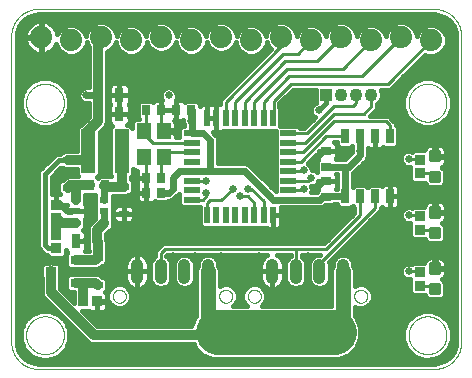
<source format=gtl>
G75*
%MOIN*%
%OFA0B0*%
%FSLAX25Y25*%
%IPPOS*%
%LPD*%
%AMOC8*
5,1,8,0,0,1.08239X$1,22.5*
%
%ADD10C,0.00000*%
%ADD11R,0.02756X0.03543*%
%ADD12R,0.03150X0.04724*%
%ADD13R,0.03268X0.02480*%
%ADD14R,0.04724X0.14567*%
%ADD15R,0.03543X0.03346*%
%ADD16R,0.05709X0.01969*%
%ADD17R,0.01969X0.05709*%
%ADD18R,0.03543X0.02756*%
%ADD19C,0.01181*%
%ADD20R,0.02500X0.05000*%
%ADD21R,0.03150X0.02480*%
%ADD22R,0.04724X0.05512*%
%ADD23R,0.03543X0.03150*%
%ADD24R,0.03346X0.03543*%
%ADD25C,0.04134*%
%ADD26C,0.07400*%
%ADD27R,0.04350X0.04350*%
%ADD28C,0.04350*%
%ADD29C,0.03200*%
%ADD30C,0.01600*%
%ADD31C,0.02400*%
%ADD32C,0.01000*%
%ADD33C,0.02500*%
%ADD34C,0.05000*%
%ADD35C,0.15000*%
D10*
X0014550Y0005550D02*
X0146550Y0005550D01*
X0146767Y0005553D01*
X0146985Y0005561D01*
X0147202Y0005574D01*
X0147419Y0005592D01*
X0147635Y0005616D01*
X0147850Y0005644D01*
X0148065Y0005678D01*
X0148279Y0005718D01*
X0148492Y0005762D01*
X0148704Y0005812D01*
X0148914Y0005866D01*
X0149124Y0005926D01*
X0149331Y0005990D01*
X0149537Y0006060D01*
X0149741Y0006135D01*
X0149944Y0006214D01*
X0150144Y0006299D01*
X0150343Y0006388D01*
X0150539Y0006482D01*
X0150733Y0006581D01*
X0150924Y0006684D01*
X0151113Y0006792D01*
X0151299Y0006905D01*
X0151482Y0007022D01*
X0151663Y0007143D01*
X0151840Y0007269D01*
X0152014Y0007399D01*
X0152186Y0007533D01*
X0152354Y0007671D01*
X0152518Y0007813D01*
X0152679Y0007960D01*
X0152837Y0008110D01*
X0152990Y0008263D01*
X0153140Y0008421D01*
X0153287Y0008582D01*
X0153429Y0008746D01*
X0153567Y0008914D01*
X0153701Y0009086D01*
X0153831Y0009260D01*
X0153957Y0009437D01*
X0154078Y0009618D01*
X0154195Y0009801D01*
X0154308Y0009987D01*
X0154416Y0010176D01*
X0154519Y0010367D01*
X0154618Y0010561D01*
X0154712Y0010757D01*
X0154801Y0010956D01*
X0154886Y0011156D01*
X0154965Y0011359D01*
X0155040Y0011563D01*
X0155110Y0011769D01*
X0155174Y0011976D01*
X0155234Y0012186D01*
X0155288Y0012396D01*
X0155338Y0012608D01*
X0155382Y0012821D01*
X0155422Y0013035D01*
X0155456Y0013250D01*
X0155484Y0013465D01*
X0155508Y0013681D01*
X0155526Y0013898D01*
X0155539Y0014115D01*
X0155547Y0014333D01*
X0155550Y0014550D01*
X0155550Y0116550D01*
X0155547Y0116767D01*
X0155539Y0116985D01*
X0155526Y0117202D01*
X0155508Y0117419D01*
X0155484Y0117635D01*
X0155456Y0117850D01*
X0155422Y0118065D01*
X0155382Y0118279D01*
X0155338Y0118492D01*
X0155288Y0118704D01*
X0155234Y0118914D01*
X0155174Y0119124D01*
X0155110Y0119331D01*
X0155040Y0119537D01*
X0154965Y0119741D01*
X0154886Y0119944D01*
X0154801Y0120144D01*
X0154712Y0120343D01*
X0154618Y0120539D01*
X0154519Y0120733D01*
X0154416Y0120924D01*
X0154308Y0121113D01*
X0154195Y0121299D01*
X0154078Y0121482D01*
X0153957Y0121663D01*
X0153831Y0121840D01*
X0153701Y0122014D01*
X0153567Y0122186D01*
X0153429Y0122354D01*
X0153287Y0122518D01*
X0153140Y0122679D01*
X0152990Y0122837D01*
X0152837Y0122990D01*
X0152679Y0123140D01*
X0152518Y0123287D01*
X0152354Y0123429D01*
X0152186Y0123567D01*
X0152014Y0123701D01*
X0151840Y0123831D01*
X0151663Y0123957D01*
X0151482Y0124078D01*
X0151299Y0124195D01*
X0151113Y0124308D01*
X0150924Y0124416D01*
X0150733Y0124519D01*
X0150539Y0124618D01*
X0150343Y0124712D01*
X0150144Y0124801D01*
X0149944Y0124886D01*
X0149741Y0124965D01*
X0149537Y0125040D01*
X0149331Y0125110D01*
X0149124Y0125174D01*
X0148914Y0125234D01*
X0148704Y0125288D01*
X0148492Y0125338D01*
X0148279Y0125382D01*
X0148065Y0125422D01*
X0147850Y0125456D01*
X0147635Y0125484D01*
X0147419Y0125508D01*
X0147202Y0125526D01*
X0146985Y0125539D01*
X0146767Y0125547D01*
X0146550Y0125550D01*
X0014550Y0125550D01*
X0014333Y0125547D01*
X0014115Y0125539D01*
X0013898Y0125526D01*
X0013681Y0125508D01*
X0013465Y0125484D01*
X0013250Y0125456D01*
X0013035Y0125422D01*
X0012821Y0125382D01*
X0012608Y0125338D01*
X0012396Y0125288D01*
X0012186Y0125234D01*
X0011976Y0125174D01*
X0011769Y0125110D01*
X0011563Y0125040D01*
X0011359Y0124965D01*
X0011156Y0124886D01*
X0010956Y0124801D01*
X0010757Y0124712D01*
X0010561Y0124618D01*
X0010367Y0124519D01*
X0010176Y0124416D01*
X0009987Y0124308D01*
X0009801Y0124195D01*
X0009618Y0124078D01*
X0009437Y0123957D01*
X0009260Y0123831D01*
X0009086Y0123701D01*
X0008914Y0123567D01*
X0008746Y0123429D01*
X0008582Y0123287D01*
X0008421Y0123140D01*
X0008263Y0122990D01*
X0008110Y0122837D01*
X0007960Y0122679D01*
X0007813Y0122518D01*
X0007671Y0122354D01*
X0007533Y0122186D01*
X0007399Y0122014D01*
X0007269Y0121840D01*
X0007143Y0121663D01*
X0007022Y0121482D01*
X0006905Y0121299D01*
X0006792Y0121113D01*
X0006684Y0120924D01*
X0006581Y0120733D01*
X0006482Y0120539D01*
X0006388Y0120343D01*
X0006299Y0120144D01*
X0006214Y0119944D01*
X0006135Y0119741D01*
X0006060Y0119537D01*
X0005990Y0119331D01*
X0005926Y0119124D01*
X0005866Y0118914D01*
X0005812Y0118704D01*
X0005762Y0118492D01*
X0005718Y0118279D01*
X0005678Y0118065D01*
X0005644Y0117850D01*
X0005616Y0117635D01*
X0005592Y0117419D01*
X0005574Y0117202D01*
X0005561Y0116985D01*
X0005553Y0116767D01*
X0005550Y0116550D01*
X0005550Y0014550D01*
X0005553Y0014333D01*
X0005561Y0014115D01*
X0005574Y0013898D01*
X0005592Y0013681D01*
X0005616Y0013465D01*
X0005644Y0013250D01*
X0005678Y0013035D01*
X0005718Y0012821D01*
X0005762Y0012608D01*
X0005812Y0012396D01*
X0005866Y0012186D01*
X0005926Y0011976D01*
X0005990Y0011769D01*
X0006060Y0011563D01*
X0006135Y0011359D01*
X0006214Y0011156D01*
X0006299Y0010956D01*
X0006388Y0010757D01*
X0006482Y0010561D01*
X0006581Y0010367D01*
X0006684Y0010176D01*
X0006792Y0009987D01*
X0006905Y0009801D01*
X0007022Y0009618D01*
X0007143Y0009437D01*
X0007269Y0009260D01*
X0007399Y0009086D01*
X0007533Y0008914D01*
X0007671Y0008746D01*
X0007813Y0008582D01*
X0007960Y0008421D01*
X0008110Y0008263D01*
X0008263Y0008110D01*
X0008421Y0007960D01*
X0008582Y0007813D01*
X0008746Y0007671D01*
X0008914Y0007533D01*
X0009086Y0007399D01*
X0009260Y0007269D01*
X0009437Y0007143D01*
X0009618Y0007022D01*
X0009801Y0006905D01*
X0009987Y0006792D01*
X0010176Y0006684D01*
X0010367Y0006581D01*
X0010561Y0006482D01*
X0010757Y0006388D01*
X0010956Y0006299D01*
X0011156Y0006214D01*
X0011359Y0006135D01*
X0011563Y0006060D01*
X0011769Y0005990D01*
X0011976Y0005926D01*
X0012186Y0005866D01*
X0012396Y0005812D01*
X0012608Y0005762D01*
X0012821Y0005718D01*
X0013035Y0005678D01*
X0013250Y0005644D01*
X0013465Y0005616D01*
X0013681Y0005592D01*
X0013898Y0005574D01*
X0014115Y0005561D01*
X0014333Y0005553D01*
X0014550Y0005550D01*
X0010501Y0016800D02*
X0010503Y0016958D01*
X0010509Y0017116D01*
X0010519Y0017274D01*
X0010533Y0017432D01*
X0010551Y0017589D01*
X0010572Y0017746D01*
X0010598Y0017902D01*
X0010628Y0018058D01*
X0010661Y0018213D01*
X0010699Y0018366D01*
X0010740Y0018519D01*
X0010785Y0018671D01*
X0010834Y0018822D01*
X0010887Y0018971D01*
X0010943Y0019119D01*
X0011003Y0019265D01*
X0011067Y0019410D01*
X0011135Y0019553D01*
X0011206Y0019695D01*
X0011280Y0019835D01*
X0011358Y0019972D01*
X0011440Y0020108D01*
X0011524Y0020242D01*
X0011613Y0020373D01*
X0011704Y0020502D01*
X0011799Y0020629D01*
X0011896Y0020754D01*
X0011997Y0020876D01*
X0012101Y0020995D01*
X0012208Y0021112D01*
X0012318Y0021226D01*
X0012431Y0021337D01*
X0012546Y0021446D01*
X0012664Y0021551D01*
X0012785Y0021653D01*
X0012908Y0021753D01*
X0013034Y0021849D01*
X0013162Y0021942D01*
X0013292Y0022032D01*
X0013425Y0022118D01*
X0013560Y0022202D01*
X0013696Y0022281D01*
X0013835Y0022358D01*
X0013976Y0022430D01*
X0014118Y0022500D01*
X0014262Y0022565D01*
X0014408Y0022627D01*
X0014555Y0022685D01*
X0014704Y0022740D01*
X0014854Y0022791D01*
X0015005Y0022838D01*
X0015157Y0022881D01*
X0015310Y0022920D01*
X0015465Y0022956D01*
X0015620Y0022987D01*
X0015776Y0023015D01*
X0015932Y0023039D01*
X0016089Y0023059D01*
X0016247Y0023075D01*
X0016404Y0023087D01*
X0016563Y0023095D01*
X0016721Y0023099D01*
X0016879Y0023099D01*
X0017037Y0023095D01*
X0017196Y0023087D01*
X0017353Y0023075D01*
X0017511Y0023059D01*
X0017668Y0023039D01*
X0017824Y0023015D01*
X0017980Y0022987D01*
X0018135Y0022956D01*
X0018290Y0022920D01*
X0018443Y0022881D01*
X0018595Y0022838D01*
X0018746Y0022791D01*
X0018896Y0022740D01*
X0019045Y0022685D01*
X0019192Y0022627D01*
X0019338Y0022565D01*
X0019482Y0022500D01*
X0019624Y0022430D01*
X0019765Y0022358D01*
X0019904Y0022281D01*
X0020040Y0022202D01*
X0020175Y0022118D01*
X0020308Y0022032D01*
X0020438Y0021942D01*
X0020566Y0021849D01*
X0020692Y0021753D01*
X0020815Y0021653D01*
X0020936Y0021551D01*
X0021054Y0021446D01*
X0021169Y0021337D01*
X0021282Y0021226D01*
X0021392Y0021112D01*
X0021499Y0020995D01*
X0021603Y0020876D01*
X0021704Y0020754D01*
X0021801Y0020629D01*
X0021896Y0020502D01*
X0021987Y0020373D01*
X0022076Y0020242D01*
X0022160Y0020108D01*
X0022242Y0019972D01*
X0022320Y0019835D01*
X0022394Y0019695D01*
X0022465Y0019553D01*
X0022533Y0019410D01*
X0022597Y0019265D01*
X0022657Y0019119D01*
X0022713Y0018971D01*
X0022766Y0018822D01*
X0022815Y0018671D01*
X0022860Y0018519D01*
X0022901Y0018366D01*
X0022939Y0018213D01*
X0022972Y0018058D01*
X0023002Y0017902D01*
X0023028Y0017746D01*
X0023049Y0017589D01*
X0023067Y0017432D01*
X0023081Y0017274D01*
X0023091Y0017116D01*
X0023097Y0016958D01*
X0023099Y0016800D01*
X0023097Y0016642D01*
X0023091Y0016484D01*
X0023081Y0016326D01*
X0023067Y0016168D01*
X0023049Y0016011D01*
X0023028Y0015854D01*
X0023002Y0015698D01*
X0022972Y0015542D01*
X0022939Y0015387D01*
X0022901Y0015234D01*
X0022860Y0015081D01*
X0022815Y0014929D01*
X0022766Y0014778D01*
X0022713Y0014629D01*
X0022657Y0014481D01*
X0022597Y0014335D01*
X0022533Y0014190D01*
X0022465Y0014047D01*
X0022394Y0013905D01*
X0022320Y0013765D01*
X0022242Y0013628D01*
X0022160Y0013492D01*
X0022076Y0013358D01*
X0021987Y0013227D01*
X0021896Y0013098D01*
X0021801Y0012971D01*
X0021704Y0012846D01*
X0021603Y0012724D01*
X0021499Y0012605D01*
X0021392Y0012488D01*
X0021282Y0012374D01*
X0021169Y0012263D01*
X0021054Y0012154D01*
X0020936Y0012049D01*
X0020815Y0011947D01*
X0020692Y0011847D01*
X0020566Y0011751D01*
X0020438Y0011658D01*
X0020308Y0011568D01*
X0020175Y0011482D01*
X0020040Y0011398D01*
X0019904Y0011319D01*
X0019765Y0011242D01*
X0019624Y0011170D01*
X0019482Y0011100D01*
X0019338Y0011035D01*
X0019192Y0010973D01*
X0019045Y0010915D01*
X0018896Y0010860D01*
X0018746Y0010809D01*
X0018595Y0010762D01*
X0018443Y0010719D01*
X0018290Y0010680D01*
X0018135Y0010644D01*
X0017980Y0010613D01*
X0017824Y0010585D01*
X0017668Y0010561D01*
X0017511Y0010541D01*
X0017353Y0010525D01*
X0017196Y0010513D01*
X0017037Y0010505D01*
X0016879Y0010501D01*
X0016721Y0010501D01*
X0016563Y0010505D01*
X0016404Y0010513D01*
X0016247Y0010525D01*
X0016089Y0010541D01*
X0015932Y0010561D01*
X0015776Y0010585D01*
X0015620Y0010613D01*
X0015465Y0010644D01*
X0015310Y0010680D01*
X0015157Y0010719D01*
X0015005Y0010762D01*
X0014854Y0010809D01*
X0014704Y0010860D01*
X0014555Y0010915D01*
X0014408Y0010973D01*
X0014262Y0011035D01*
X0014118Y0011100D01*
X0013976Y0011170D01*
X0013835Y0011242D01*
X0013696Y0011319D01*
X0013560Y0011398D01*
X0013425Y0011482D01*
X0013292Y0011568D01*
X0013162Y0011658D01*
X0013034Y0011751D01*
X0012908Y0011847D01*
X0012785Y0011947D01*
X0012664Y0012049D01*
X0012546Y0012154D01*
X0012431Y0012263D01*
X0012318Y0012374D01*
X0012208Y0012488D01*
X0012101Y0012605D01*
X0011997Y0012724D01*
X0011896Y0012846D01*
X0011799Y0012971D01*
X0011704Y0013098D01*
X0011613Y0013227D01*
X0011524Y0013358D01*
X0011440Y0013492D01*
X0011358Y0013628D01*
X0011280Y0013765D01*
X0011206Y0013905D01*
X0011135Y0014047D01*
X0011067Y0014190D01*
X0011003Y0014335D01*
X0010943Y0014481D01*
X0010887Y0014629D01*
X0010834Y0014778D01*
X0010785Y0014929D01*
X0010740Y0015081D01*
X0010699Y0015234D01*
X0010661Y0015387D01*
X0010628Y0015542D01*
X0010598Y0015698D01*
X0010572Y0015854D01*
X0010551Y0016011D01*
X0010533Y0016168D01*
X0010519Y0016326D01*
X0010509Y0016484D01*
X0010503Y0016642D01*
X0010501Y0016800D01*
X0039418Y0029782D02*
X0039420Y0029875D01*
X0039426Y0029967D01*
X0039436Y0030059D01*
X0039450Y0030150D01*
X0039467Y0030241D01*
X0039489Y0030331D01*
X0039514Y0030420D01*
X0039543Y0030508D01*
X0039576Y0030594D01*
X0039613Y0030679D01*
X0039653Y0030763D01*
X0039697Y0030844D01*
X0039744Y0030924D01*
X0039794Y0031002D01*
X0039848Y0031077D01*
X0039905Y0031150D01*
X0039965Y0031220D01*
X0040028Y0031288D01*
X0040094Y0031353D01*
X0040162Y0031415D01*
X0040233Y0031475D01*
X0040307Y0031531D01*
X0040383Y0031584D01*
X0040461Y0031633D01*
X0040541Y0031680D01*
X0040623Y0031722D01*
X0040707Y0031762D01*
X0040792Y0031797D01*
X0040879Y0031829D01*
X0040967Y0031858D01*
X0041056Y0031882D01*
X0041146Y0031903D01*
X0041237Y0031919D01*
X0041329Y0031932D01*
X0041421Y0031941D01*
X0041514Y0031946D01*
X0041606Y0031947D01*
X0041699Y0031944D01*
X0041791Y0031937D01*
X0041883Y0031926D01*
X0041974Y0031911D01*
X0042065Y0031893D01*
X0042155Y0031870D01*
X0042243Y0031844D01*
X0042331Y0031814D01*
X0042417Y0031780D01*
X0042501Y0031743D01*
X0042584Y0031701D01*
X0042665Y0031657D01*
X0042745Y0031609D01*
X0042822Y0031558D01*
X0042896Y0031503D01*
X0042969Y0031445D01*
X0043039Y0031385D01*
X0043106Y0031321D01*
X0043170Y0031255D01*
X0043232Y0031185D01*
X0043290Y0031114D01*
X0043345Y0031040D01*
X0043397Y0030963D01*
X0043446Y0030884D01*
X0043492Y0030804D01*
X0043534Y0030721D01*
X0043572Y0030637D01*
X0043607Y0030551D01*
X0043638Y0030464D01*
X0043665Y0030376D01*
X0043688Y0030286D01*
X0043708Y0030196D01*
X0043724Y0030105D01*
X0043736Y0030013D01*
X0043744Y0029921D01*
X0043748Y0029828D01*
X0043748Y0029736D01*
X0043744Y0029643D01*
X0043736Y0029551D01*
X0043724Y0029459D01*
X0043708Y0029368D01*
X0043688Y0029278D01*
X0043665Y0029188D01*
X0043638Y0029100D01*
X0043607Y0029013D01*
X0043572Y0028927D01*
X0043534Y0028843D01*
X0043492Y0028760D01*
X0043446Y0028680D01*
X0043397Y0028601D01*
X0043345Y0028524D01*
X0043290Y0028450D01*
X0043232Y0028379D01*
X0043170Y0028309D01*
X0043106Y0028243D01*
X0043039Y0028179D01*
X0042969Y0028119D01*
X0042896Y0028061D01*
X0042822Y0028006D01*
X0042745Y0027955D01*
X0042666Y0027907D01*
X0042584Y0027863D01*
X0042501Y0027821D01*
X0042417Y0027784D01*
X0042331Y0027750D01*
X0042243Y0027720D01*
X0042155Y0027694D01*
X0042065Y0027671D01*
X0041974Y0027653D01*
X0041883Y0027638D01*
X0041791Y0027627D01*
X0041699Y0027620D01*
X0041606Y0027617D01*
X0041514Y0027618D01*
X0041421Y0027623D01*
X0041329Y0027632D01*
X0041237Y0027645D01*
X0041146Y0027661D01*
X0041056Y0027682D01*
X0040967Y0027706D01*
X0040879Y0027735D01*
X0040792Y0027767D01*
X0040707Y0027802D01*
X0040623Y0027842D01*
X0040541Y0027884D01*
X0040461Y0027931D01*
X0040383Y0027980D01*
X0040307Y0028033D01*
X0040233Y0028089D01*
X0040162Y0028149D01*
X0040094Y0028211D01*
X0040028Y0028276D01*
X0039965Y0028344D01*
X0039905Y0028414D01*
X0039848Y0028487D01*
X0039794Y0028562D01*
X0039744Y0028640D01*
X0039697Y0028720D01*
X0039653Y0028801D01*
X0039613Y0028885D01*
X0039576Y0028970D01*
X0039543Y0029056D01*
X0039514Y0029144D01*
X0039489Y0029233D01*
X0039467Y0029323D01*
X0039450Y0029414D01*
X0039436Y0029505D01*
X0039426Y0029597D01*
X0039420Y0029689D01*
X0039418Y0029782D01*
X0074852Y0029782D02*
X0074854Y0029875D01*
X0074860Y0029967D01*
X0074870Y0030059D01*
X0074884Y0030150D01*
X0074901Y0030241D01*
X0074923Y0030331D01*
X0074948Y0030420D01*
X0074977Y0030508D01*
X0075010Y0030594D01*
X0075047Y0030679D01*
X0075087Y0030763D01*
X0075131Y0030844D01*
X0075178Y0030924D01*
X0075228Y0031002D01*
X0075282Y0031077D01*
X0075339Y0031150D01*
X0075399Y0031220D01*
X0075462Y0031288D01*
X0075528Y0031353D01*
X0075596Y0031415D01*
X0075667Y0031475D01*
X0075741Y0031531D01*
X0075817Y0031584D01*
X0075895Y0031633D01*
X0075975Y0031680D01*
X0076057Y0031722D01*
X0076141Y0031762D01*
X0076226Y0031797D01*
X0076313Y0031829D01*
X0076401Y0031858D01*
X0076490Y0031882D01*
X0076580Y0031903D01*
X0076671Y0031919D01*
X0076763Y0031932D01*
X0076855Y0031941D01*
X0076948Y0031946D01*
X0077040Y0031947D01*
X0077133Y0031944D01*
X0077225Y0031937D01*
X0077317Y0031926D01*
X0077408Y0031911D01*
X0077499Y0031893D01*
X0077589Y0031870D01*
X0077677Y0031844D01*
X0077765Y0031814D01*
X0077851Y0031780D01*
X0077935Y0031743D01*
X0078018Y0031701D01*
X0078099Y0031657D01*
X0078179Y0031609D01*
X0078256Y0031558D01*
X0078330Y0031503D01*
X0078403Y0031445D01*
X0078473Y0031385D01*
X0078540Y0031321D01*
X0078604Y0031255D01*
X0078666Y0031185D01*
X0078724Y0031114D01*
X0078779Y0031040D01*
X0078831Y0030963D01*
X0078880Y0030884D01*
X0078926Y0030804D01*
X0078968Y0030721D01*
X0079006Y0030637D01*
X0079041Y0030551D01*
X0079072Y0030464D01*
X0079099Y0030376D01*
X0079122Y0030286D01*
X0079142Y0030196D01*
X0079158Y0030105D01*
X0079170Y0030013D01*
X0079178Y0029921D01*
X0079182Y0029828D01*
X0079182Y0029736D01*
X0079178Y0029643D01*
X0079170Y0029551D01*
X0079158Y0029459D01*
X0079142Y0029368D01*
X0079122Y0029278D01*
X0079099Y0029188D01*
X0079072Y0029100D01*
X0079041Y0029013D01*
X0079006Y0028927D01*
X0078968Y0028843D01*
X0078926Y0028760D01*
X0078880Y0028680D01*
X0078831Y0028601D01*
X0078779Y0028524D01*
X0078724Y0028450D01*
X0078666Y0028379D01*
X0078604Y0028309D01*
X0078540Y0028243D01*
X0078473Y0028179D01*
X0078403Y0028119D01*
X0078330Y0028061D01*
X0078256Y0028006D01*
X0078179Y0027955D01*
X0078100Y0027907D01*
X0078018Y0027863D01*
X0077935Y0027821D01*
X0077851Y0027784D01*
X0077765Y0027750D01*
X0077677Y0027720D01*
X0077589Y0027694D01*
X0077499Y0027671D01*
X0077408Y0027653D01*
X0077317Y0027638D01*
X0077225Y0027627D01*
X0077133Y0027620D01*
X0077040Y0027617D01*
X0076948Y0027618D01*
X0076855Y0027623D01*
X0076763Y0027632D01*
X0076671Y0027645D01*
X0076580Y0027661D01*
X0076490Y0027682D01*
X0076401Y0027706D01*
X0076313Y0027735D01*
X0076226Y0027767D01*
X0076141Y0027802D01*
X0076057Y0027842D01*
X0075975Y0027884D01*
X0075895Y0027931D01*
X0075817Y0027980D01*
X0075741Y0028033D01*
X0075667Y0028089D01*
X0075596Y0028149D01*
X0075528Y0028211D01*
X0075462Y0028276D01*
X0075399Y0028344D01*
X0075339Y0028414D01*
X0075282Y0028487D01*
X0075228Y0028562D01*
X0075178Y0028640D01*
X0075131Y0028720D01*
X0075087Y0028801D01*
X0075047Y0028885D01*
X0075010Y0028970D01*
X0074977Y0029056D01*
X0074948Y0029144D01*
X0074923Y0029233D01*
X0074901Y0029323D01*
X0074884Y0029414D01*
X0074870Y0029505D01*
X0074860Y0029597D01*
X0074854Y0029689D01*
X0074852Y0029782D01*
X0084418Y0029782D02*
X0084420Y0029875D01*
X0084426Y0029967D01*
X0084436Y0030059D01*
X0084450Y0030150D01*
X0084467Y0030241D01*
X0084489Y0030331D01*
X0084514Y0030420D01*
X0084543Y0030508D01*
X0084576Y0030594D01*
X0084613Y0030679D01*
X0084653Y0030763D01*
X0084697Y0030844D01*
X0084744Y0030924D01*
X0084794Y0031002D01*
X0084848Y0031077D01*
X0084905Y0031150D01*
X0084965Y0031220D01*
X0085028Y0031288D01*
X0085094Y0031353D01*
X0085162Y0031415D01*
X0085233Y0031475D01*
X0085307Y0031531D01*
X0085383Y0031584D01*
X0085461Y0031633D01*
X0085541Y0031680D01*
X0085623Y0031722D01*
X0085707Y0031762D01*
X0085792Y0031797D01*
X0085879Y0031829D01*
X0085967Y0031858D01*
X0086056Y0031882D01*
X0086146Y0031903D01*
X0086237Y0031919D01*
X0086329Y0031932D01*
X0086421Y0031941D01*
X0086514Y0031946D01*
X0086606Y0031947D01*
X0086699Y0031944D01*
X0086791Y0031937D01*
X0086883Y0031926D01*
X0086974Y0031911D01*
X0087065Y0031893D01*
X0087155Y0031870D01*
X0087243Y0031844D01*
X0087331Y0031814D01*
X0087417Y0031780D01*
X0087501Y0031743D01*
X0087584Y0031701D01*
X0087665Y0031657D01*
X0087745Y0031609D01*
X0087822Y0031558D01*
X0087896Y0031503D01*
X0087969Y0031445D01*
X0088039Y0031385D01*
X0088106Y0031321D01*
X0088170Y0031255D01*
X0088232Y0031185D01*
X0088290Y0031114D01*
X0088345Y0031040D01*
X0088397Y0030963D01*
X0088446Y0030884D01*
X0088492Y0030804D01*
X0088534Y0030721D01*
X0088572Y0030637D01*
X0088607Y0030551D01*
X0088638Y0030464D01*
X0088665Y0030376D01*
X0088688Y0030286D01*
X0088708Y0030196D01*
X0088724Y0030105D01*
X0088736Y0030013D01*
X0088744Y0029921D01*
X0088748Y0029828D01*
X0088748Y0029736D01*
X0088744Y0029643D01*
X0088736Y0029551D01*
X0088724Y0029459D01*
X0088708Y0029368D01*
X0088688Y0029278D01*
X0088665Y0029188D01*
X0088638Y0029100D01*
X0088607Y0029013D01*
X0088572Y0028927D01*
X0088534Y0028843D01*
X0088492Y0028760D01*
X0088446Y0028680D01*
X0088397Y0028601D01*
X0088345Y0028524D01*
X0088290Y0028450D01*
X0088232Y0028379D01*
X0088170Y0028309D01*
X0088106Y0028243D01*
X0088039Y0028179D01*
X0087969Y0028119D01*
X0087896Y0028061D01*
X0087822Y0028006D01*
X0087745Y0027955D01*
X0087666Y0027907D01*
X0087584Y0027863D01*
X0087501Y0027821D01*
X0087417Y0027784D01*
X0087331Y0027750D01*
X0087243Y0027720D01*
X0087155Y0027694D01*
X0087065Y0027671D01*
X0086974Y0027653D01*
X0086883Y0027638D01*
X0086791Y0027627D01*
X0086699Y0027620D01*
X0086606Y0027617D01*
X0086514Y0027618D01*
X0086421Y0027623D01*
X0086329Y0027632D01*
X0086237Y0027645D01*
X0086146Y0027661D01*
X0086056Y0027682D01*
X0085967Y0027706D01*
X0085879Y0027735D01*
X0085792Y0027767D01*
X0085707Y0027802D01*
X0085623Y0027842D01*
X0085541Y0027884D01*
X0085461Y0027931D01*
X0085383Y0027980D01*
X0085307Y0028033D01*
X0085233Y0028089D01*
X0085162Y0028149D01*
X0085094Y0028211D01*
X0085028Y0028276D01*
X0084965Y0028344D01*
X0084905Y0028414D01*
X0084848Y0028487D01*
X0084794Y0028562D01*
X0084744Y0028640D01*
X0084697Y0028720D01*
X0084653Y0028801D01*
X0084613Y0028885D01*
X0084576Y0028970D01*
X0084543Y0029056D01*
X0084514Y0029144D01*
X0084489Y0029233D01*
X0084467Y0029323D01*
X0084450Y0029414D01*
X0084436Y0029505D01*
X0084426Y0029597D01*
X0084420Y0029689D01*
X0084418Y0029782D01*
X0119852Y0029782D02*
X0119854Y0029875D01*
X0119860Y0029967D01*
X0119870Y0030059D01*
X0119884Y0030150D01*
X0119901Y0030241D01*
X0119923Y0030331D01*
X0119948Y0030420D01*
X0119977Y0030508D01*
X0120010Y0030594D01*
X0120047Y0030679D01*
X0120087Y0030763D01*
X0120131Y0030844D01*
X0120178Y0030924D01*
X0120228Y0031002D01*
X0120282Y0031077D01*
X0120339Y0031150D01*
X0120399Y0031220D01*
X0120462Y0031288D01*
X0120528Y0031353D01*
X0120596Y0031415D01*
X0120667Y0031475D01*
X0120741Y0031531D01*
X0120817Y0031584D01*
X0120895Y0031633D01*
X0120975Y0031680D01*
X0121057Y0031722D01*
X0121141Y0031762D01*
X0121226Y0031797D01*
X0121313Y0031829D01*
X0121401Y0031858D01*
X0121490Y0031882D01*
X0121580Y0031903D01*
X0121671Y0031919D01*
X0121763Y0031932D01*
X0121855Y0031941D01*
X0121948Y0031946D01*
X0122040Y0031947D01*
X0122133Y0031944D01*
X0122225Y0031937D01*
X0122317Y0031926D01*
X0122408Y0031911D01*
X0122499Y0031893D01*
X0122589Y0031870D01*
X0122677Y0031844D01*
X0122765Y0031814D01*
X0122851Y0031780D01*
X0122935Y0031743D01*
X0123018Y0031701D01*
X0123099Y0031657D01*
X0123179Y0031609D01*
X0123256Y0031558D01*
X0123330Y0031503D01*
X0123403Y0031445D01*
X0123473Y0031385D01*
X0123540Y0031321D01*
X0123604Y0031255D01*
X0123666Y0031185D01*
X0123724Y0031114D01*
X0123779Y0031040D01*
X0123831Y0030963D01*
X0123880Y0030884D01*
X0123926Y0030804D01*
X0123968Y0030721D01*
X0124006Y0030637D01*
X0124041Y0030551D01*
X0124072Y0030464D01*
X0124099Y0030376D01*
X0124122Y0030286D01*
X0124142Y0030196D01*
X0124158Y0030105D01*
X0124170Y0030013D01*
X0124178Y0029921D01*
X0124182Y0029828D01*
X0124182Y0029736D01*
X0124178Y0029643D01*
X0124170Y0029551D01*
X0124158Y0029459D01*
X0124142Y0029368D01*
X0124122Y0029278D01*
X0124099Y0029188D01*
X0124072Y0029100D01*
X0124041Y0029013D01*
X0124006Y0028927D01*
X0123968Y0028843D01*
X0123926Y0028760D01*
X0123880Y0028680D01*
X0123831Y0028601D01*
X0123779Y0028524D01*
X0123724Y0028450D01*
X0123666Y0028379D01*
X0123604Y0028309D01*
X0123540Y0028243D01*
X0123473Y0028179D01*
X0123403Y0028119D01*
X0123330Y0028061D01*
X0123256Y0028006D01*
X0123179Y0027955D01*
X0123100Y0027907D01*
X0123018Y0027863D01*
X0122935Y0027821D01*
X0122851Y0027784D01*
X0122765Y0027750D01*
X0122677Y0027720D01*
X0122589Y0027694D01*
X0122499Y0027671D01*
X0122408Y0027653D01*
X0122317Y0027638D01*
X0122225Y0027627D01*
X0122133Y0027620D01*
X0122040Y0027617D01*
X0121948Y0027618D01*
X0121855Y0027623D01*
X0121763Y0027632D01*
X0121671Y0027645D01*
X0121580Y0027661D01*
X0121490Y0027682D01*
X0121401Y0027706D01*
X0121313Y0027735D01*
X0121226Y0027767D01*
X0121141Y0027802D01*
X0121057Y0027842D01*
X0120975Y0027884D01*
X0120895Y0027931D01*
X0120817Y0027980D01*
X0120741Y0028033D01*
X0120667Y0028089D01*
X0120596Y0028149D01*
X0120528Y0028211D01*
X0120462Y0028276D01*
X0120399Y0028344D01*
X0120339Y0028414D01*
X0120282Y0028487D01*
X0120228Y0028562D01*
X0120178Y0028640D01*
X0120131Y0028720D01*
X0120087Y0028801D01*
X0120047Y0028885D01*
X0120010Y0028970D01*
X0119977Y0029056D01*
X0119948Y0029144D01*
X0119923Y0029233D01*
X0119901Y0029323D01*
X0119884Y0029414D01*
X0119870Y0029505D01*
X0119860Y0029597D01*
X0119854Y0029689D01*
X0119852Y0029782D01*
X0138001Y0016800D02*
X0138003Y0016958D01*
X0138009Y0017116D01*
X0138019Y0017274D01*
X0138033Y0017432D01*
X0138051Y0017589D01*
X0138072Y0017746D01*
X0138098Y0017902D01*
X0138128Y0018058D01*
X0138161Y0018213D01*
X0138199Y0018366D01*
X0138240Y0018519D01*
X0138285Y0018671D01*
X0138334Y0018822D01*
X0138387Y0018971D01*
X0138443Y0019119D01*
X0138503Y0019265D01*
X0138567Y0019410D01*
X0138635Y0019553D01*
X0138706Y0019695D01*
X0138780Y0019835D01*
X0138858Y0019972D01*
X0138940Y0020108D01*
X0139024Y0020242D01*
X0139113Y0020373D01*
X0139204Y0020502D01*
X0139299Y0020629D01*
X0139396Y0020754D01*
X0139497Y0020876D01*
X0139601Y0020995D01*
X0139708Y0021112D01*
X0139818Y0021226D01*
X0139931Y0021337D01*
X0140046Y0021446D01*
X0140164Y0021551D01*
X0140285Y0021653D01*
X0140408Y0021753D01*
X0140534Y0021849D01*
X0140662Y0021942D01*
X0140792Y0022032D01*
X0140925Y0022118D01*
X0141060Y0022202D01*
X0141196Y0022281D01*
X0141335Y0022358D01*
X0141476Y0022430D01*
X0141618Y0022500D01*
X0141762Y0022565D01*
X0141908Y0022627D01*
X0142055Y0022685D01*
X0142204Y0022740D01*
X0142354Y0022791D01*
X0142505Y0022838D01*
X0142657Y0022881D01*
X0142810Y0022920D01*
X0142965Y0022956D01*
X0143120Y0022987D01*
X0143276Y0023015D01*
X0143432Y0023039D01*
X0143589Y0023059D01*
X0143747Y0023075D01*
X0143904Y0023087D01*
X0144063Y0023095D01*
X0144221Y0023099D01*
X0144379Y0023099D01*
X0144537Y0023095D01*
X0144696Y0023087D01*
X0144853Y0023075D01*
X0145011Y0023059D01*
X0145168Y0023039D01*
X0145324Y0023015D01*
X0145480Y0022987D01*
X0145635Y0022956D01*
X0145790Y0022920D01*
X0145943Y0022881D01*
X0146095Y0022838D01*
X0146246Y0022791D01*
X0146396Y0022740D01*
X0146545Y0022685D01*
X0146692Y0022627D01*
X0146838Y0022565D01*
X0146982Y0022500D01*
X0147124Y0022430D01*
X0147265Y0022358D01*
X0147404Y0022281D01*
X0147540Y0022202D01*
X0147675Y0022118D01*
X0147808Y0022032D01*
X0147938Y0021942D01*
X0148066Y0021849D01*
X0148192Y0021753D01*
X0148315Y0021653D01*
X0148436Y0021551D01*
X0148554Y0021446D01*
X0148669Y0021337D01*
X0148782Y0021226D01*
X0148892Y0021112D01*
X0148999Y0020995D01*
X0149103Y0020876D01*
X0149204Y0020754D01*
X0149301Y0020629D01*
X0149396Y0020502D01*
X0149487Y0020373D01*
X0149576Y0020242D01*
X0149660Y0020108D01*
X0149742Y0019972D01*
X0149820Y0019835D01*
X0149894Y0019695D01*
X0149965Y0019553D01*
X0150033Y0019410D01*
X0150097Y0019265D01*
X0150157Y0019119D01*
X0150213Y0018971D01*
X0150266Y0018822D01*
X0150315Y0018671D01*
X0150360Y0018519D01*
X0150401Y0018366D01*
X0150439Y0018213D01*
X0150472Y0018058D01*
X0150502Y0017902D01*
X0150528Y0017746D01*
X0150549Y0017589D01*
X0150567Y0017432D01*
X0150581Y0017274D01*
X0150591Y0017116D01*
X0150597Y0016958D01*
X0150599Y0016800D01*
X0150597Y0016642D01*
X0150591Y0016484D01*
X0150581Y0016326D01*
X0150567Y0016168D01*
X0150549Y0016011D01*
X0150528Y0015854D01*
X0150502Y0015698D01*
X0150472Y0015542D01*
X0150439Y0015387D01*
X0150401Y0015234D01*
X0150360Y0015081D01*
X0150315Y0014929D01*
X0150266Y0014778D01*
X0150213Y0014629D01*
X0150157Y0014481D01*
X0150097Y0014335D01*
X0150033Y0014190D01*
X0149965Y0014047D01*
X0149894Y0013905D01*
X0149820Y0013765D01*
X0149742Y0013628D01*
X0149660Y0013492D01*
X0149576Y0013358D01*
X0149487Y0013227D01*
X0149396Y0013098D01*
X0149301Y0012971D01*
X0149204Y0012846D01*
X0149103Y0012724D01*
X0148999Y0012605D01*
X0148892Y0012488D01*
X0148782Y0012374D01*
X0148669Y0012263D01*
X0148554Y0012154D01*
X0148436Y0012049D01*
X0148315Y0011947D01*
X0148192Y0011847D01*
X0148066Y0011751D01*
X0147938Y0011658D01*
X0147808Y0011568D01*
X0147675Y0011482D01*
X0147540Y0011398D01*
X0147404Y0011319D01*
X0147265Y0011242D01*
X0147124Y0011170D01*
X0146982Y0011100D01*
X0146838Y0011035D01*
X0146692Y0010973D01*
X0146545Y0010915D01*
X0146396Y0010860D01*
X0146246Y0010809D01*
X0146095Y0010762D01*
X0145943Y0010719D01*
X0145790Y0010680D01*
X0145635Y0010644D01*
X0145480Y0010613D01*
X0145324Y0010585D01*
X0145168Y0010561D01*
X0145011Y0010541D01*
X0144853Y0010525D01*
X0144696Y0010513D01*
X0144537Y0010505D01*
X0144379Y0010501D01*
X0144221Y0010501D01*
X0144063Y0010505D01*
X0143904Y0010513D01*
X0143747Y0010525D01*
X0143589Y0010541D01*
X0143432Y0010561D01*
X0143276Y0010585D01*
X0143120Y0010613D01*
X0142965Y0010644D01*
X0142810Y0010680D01*
X0142657Y0010719D01*
X0142505Y0010762D01*
X0142354Y0010809D01*
X0142204Y0010860D01*
X0142055Y0010915D01*
X0141908Y0010973D01*
X0141762Y0011035D01*
X0141618Y0011100D01*
X0141476Y0011170D01*
X0141335Y0011242D01*
X0141196Y0011319D01*
X0141060Y0011398D01*
X0140925Y0011482D01*
X0140792Y0011568D01*
X0140662Y0011658D01*
X0140534Y0011751D01*
X0140408Y0011847D01*
X0140285Y0011947D01*
X0140164Y0012049D01*
X0140046Y0012154D01*
X0139931Y0012263D01*
X0139818Y0012374D01*
X0139708Y0012488D01*
X0139601Y0012605D01*
X0139497Y0012724D01*
X0139396Y0012846D01*
X0139299Y0012971D01*
X0139204Y0013098D01*
X0139113Y0013227D01*
X0139024Y0013358D01*
X0138940Y0013492D01*
X0138858Y0013628D01*
X0138780Y0013765D01*
X0138706Y0013905D01*
X0138635Y0014047D01*
X0138567Y0014190D01*
X0138503Y0014335D01*
X0138443Y0014481D01*
X0138387Y0014629D01*
X0138334Y0014778D01*
X0138285Y0014929D01*
X0138240Y0015081D01*
X0138199Y0015234D01*
X0138161Y0015387D01*
X0138128Y0015542D01*
X0138098Y0015698D01*
X0138072Y0015854D01*
X0138051Y0016011D01*
X0138033Y0016168D01*
X0138019Y0016326D01*
X0138009Y0016484D01*
X0138003Y0016642D01*
X0138001Y0016800D01*
X0138001Y0094300D02*
X0138003Y0094458D01*
X0138009Y0094616D01*
X0138019Y0094774D01*
X0138033Y0094932D01*
X0138051Y0095089D01*
X0138072Y0095246D01*
X0138098Y0095402D01*
X0138128Y0095558D01*
X0138161Y0095713D01*
X0138199Y0095866D01*
X0138240Y0096019D01*
X0138285Y0096171D01*
X0138334Y0096322D01*
X0138387Y0096471D01*
X0138443Y0096619D01*
X0138503Y0096765D01*
X0138567Y0096910D01*
X0138635Y0097053D01*
X0138706Y0097195D01*
X0138780Y0097335D01*
X0138858Y0097472D01*
X0138940Y0097608D01*
X0139024Y0097742D01*
X0139113Y0097873D01*
X0139204Y0098002D01*
X0139299Y0098129D01*
X0139396Y0098254D01*
X0139497Y0098376D01*
X0139601Y0098495D01*
X0139708Y0098612D01*
X0139818Y0098726D01*
X0139931Y0098837D01*
X0140046Y0098946D01*
X0140164Y0099051D01*
X0140285Y0099153D01*
X0140408Y0099253D01*
X0140534Y0099349D01*
X0140662Y0099442D01*
X0140792Y0099532D01*
X0140925Y0099618D01*
X0141060Y0099702D01*
X0141196Y0099781D01*
X0141335Y0099858D01*
X0141476Y0099930D01*
X0141618Y0100000D01*
X0141762Y0100065D01*
X0141908Y0100127D01*
X0142055Y0100185D01*
X0142204Y0100240D01*
X0142354Y0100291D01*
X0142505Y0100338D01*
X0142657Y0100381D01*
X0142810Y0100420D01*
X0142965Y0100456D01*
X0143120Y0100487D01*
X0143276Y0100515D01*
X0143432Y0100539D01*
X0143589Y0100559D01*
X0143747Y0100575D01*
X0143904Y0100587D01*
X0144063Y0100595D01*
X0144221Y0100599D01*
X0144379Y0100599D01*
X0144537Y0100595D01*
X0144696Y0100587D01*
X0144853Y0100575D01*
X0145011Y0100559D01*
X0145168Y0100539D01*
X0145324Y0100515D01*
X0145480Y0100487D01*
X0145635Y0100456D01*
X0145790Y0100420D01*
X0145943Y0100381D01*
X0146095Y0100338D01*
X0146246Y0100291D01*
X0146396Y0100240D01*
X0146545Y0100185D01*
X0146692Y0100127D01*
X0146838Y0100065D01*
X0146982Y0100000D01*
X0147124Y0099930D01*
X0147265Y0099858D01*
X0147404Y0099781D01*
X0147540Y0099702D01*
X0147675Y0099618D01*
X0147808Y0099532D01*
X0147938Y0099442D01*
X0148066Y0099349D01*
X0148192Y0099253D01*
X0148315Y0099153D01*
X0148436Y0099051D01*
X0148554Y0098946D01*
X0148669Y0098837D01*
X0148782Y0098726D01*
X0148892Y0098612D01*
X0148999Y0098495D01*
X0149103Y0098376D01*
X0149204Y0098254D01*
X0149301Y0098129D01*
X0149396Y0098002D01*
X0149487Y0097873D01*
X0149576Y0097742D01*
X0149660Y0097608D01*
X0149742Y0097472D01*
X0149820Y0097335D01*
X0149894Y0097195D01*
X0149965Y0097053D01*
X0150033Y0096910D01*
X0150097Y0096765D01*
X0150157Y0096619D01*
X0150213Y0096471D01*
X0150266Y0096322D01*
X0150315Y0096171D01*
X0150360Y0096019D01*
X0150401Y0095866D01*
X0150439Y0095713D01*
X0150472Y0095558D01*
X0150502Y0095402D01*
X0150528Y0095246D01*
X0150549Y0095089D01*
X0150567Y0094932D01*
X0150581Y0094774D01*
X0150591Y0094616D01*
X0150597Y0094458D01*
X0150599Y0094300D01*
X0150597Y0094142D01*
X0150591Y0093984D01*
X0150581Y0093826D01*
X0150567Y0093668D01*
X0150549Y0093511D01*
X0150528Y0093354D01*
X0150502Y0093198D01*
X0150472Y0093042D01*
X0150439Y0092887D01*
X0150401Y0092734D01*
X0150360Y0092581D01*
X0150315Y0092429D01*
X0150266Y0092278D01*
X0150213Y0092129D01*
X0150157Y0091981D01*
X0150097Y0091835D01*
X0150033Y0091690D01*
X0149965Y0091547D01*
X0149894Y0091405D01*
X0149820Y0091265D01*
X0149742Y0091128D01*
X0149660Y0090992D01*
X0149576Y0090858D01*
X0149487Y0090727D01*
X0149396Y0090598D01*
X0149301Y0090471D01*
X0149204Y0090346D01*
X0149103Y0090224D01*
X0148999Y0090105D01*
X0148892Y0089988D01*
X0148782Y0089874D01*
X0148669Y0089763D01*
X0148554Y0089654D01*
X0148436Y0089549D01*
X0148315Y0089447D01*
X0148192Y0089347D01*
X0148066Y0089251D01*
X0147938Y0089158D01*
X0147808Y0089068D01*
X0147675Y0088982D01*
X0147540Y0088898D01*
X0147404Y0088819D01*
X0147265Y0088742D01*
X0147124Y0088670D01*
X0146982Y0088600D01*
X0146838Y0088535D01*
X0146692Y0088473D01*
X0146545Y0088415D01*
X0146396Y0088360D01*
X0146246Y0088309D01*
X0146095Y0088262D01*
X0145943Y0088219D01*
X0145790Y0088180D01*
X0145635Y0088144D01*
X0145480Y0088113D01*
X0145324Y0088085D01*
X0145168Y0088061D01*
X0145011Y0088041D01*
X0144853Y0088025D01*
X0144696Y0088013D01*
X0144537Y0088005D01*
X0144379Y0088001D01*
X0144221Y0088001D01*
X0144063Y0088005D01*
X0143904Y0088013D01*
X0143747Y0088025D01*
X0143589Y0088041D01*
X0143432Y0088061D01*
X0143276Y0088085D01*
X0143120Y0088113D01*
X0142965Y0088144D01*
X0142810Y0088180D01*
X0142657Y0088219D01*
X0142505Y0088262D01*
X0142354Y0088309D01*
X0142204Y0088360D01*
X0142055Y0088415D01*
X0141908Y0088473D01*
X0141762Y0088535D01*
X0141618Y0088600D01*
X0141476Y0088670D01*
X0141335Y0088742D01*
X0141196Y0088819D01*
X0141060Y0088898D01*
X0140925Y0088982D01*
X0140792Y0089068D01*
X0140662Y0089158D01*
X0140534Y0089251D01*
X0140408Y0089347D01*
X0140285Y0089447D01*
X0140164Y0089549D01*
X0140046Y0089654D01*
X0139931Y0089763D01*
X0139818Y0089874D01*
X0139708Y0089988D01*
X0139601Y0090105D01*
X0139497Y0090224D01*
X0139396Y0090346D01*
X0139299Y0090471D01*
X0139204Y0090598D01*
X0139113Y0090727D01*
X0139024Y0090858D01*
X0138940Y0090992D01*
X0138858Y0091128D01*
X0138780Y0091265D01*
X0138706Y0091405D01*
X0138635Y0091547D01*
X0138567Y0091690D01*
X0138503Y0091835D01*
X0138443Y0091981D01*
X0138387Y0092129D01*
X0138334Y0092278D01*
X0138285Y0092429D01*
X0138240Y0092581D01*
X0138199Y0092734D01*
X0138161Y0092887D01*
X0138128Y0093042D01*
X0138098Y0093198D01*
X0138072Y0093354D01*
X0138051Y0093511D01*
X0138033Y0093668D01*
X0138019Y0093826D01*
X0138009Y0093984D01*
X0138003Y0094142D01*
X0138001Y0094300D01*
X0010501Y0094300D02*
X0010503Y0094458D01*
X0010509Y0094616D01*
X0010519Y0094774D01*
X0010533Y0094932D01*
X0010551Y0095089D01*
X0010572Y0095246D01*
X0010598Y0095402D01*
X0010628Y0095558D01*
X0010661Y0095713D01*
X0010699Y0095866D01*
X0010740Y0096019D01*
X0010785Y0096171D01*
X0010834Y0096322D01*
X0010887Y0096471D01*
X0010943Y0096619D01*
X0011003Y0096765D01*
X0011067Y0096910D01*
X0011135Y0097053D01*
X0011206Y0097195D01*
X0011280Y0097335D01*
X0011358Y0097472D01*
X0011440Y0097608D01*
X0011524Y0097742D01*
X0011613Y0097873D01*
X0011704Y0098002D01*
X0011799Y0098129D01*
X0011896Y0098254D01*
X0011997Y0098376D01*
X0012101Y0098495D01*
X0012208Y0098612D01*
X0012318Y0098726D01*
X0012431Y0098837D01*
X0012546Y0098946D01*
X0012664Y0099051D01*
X0012785Y0099153D01*
X0012908Y0099253D01*
X0013034Y0099349D01*
X0013162Y0099442D01*
X0013292Y0099532D01*
X0013425Y0099618D01*
X0013560Y0099702D01*
X0013696Y0099781D01*
X0013835Y0099858D01*
X0013976Y0099930D01*
X0014118Y0100000D01*
X0014262Y0100065D01*
X0014408Y0100127D01*
X0014555Y0100185D01*
X0014704Y0100240D01*
X0014854Y0100291D01*
X0015005Y0100338D01*
X0015157Y0100381D01*
X0015310Y0100420D01*
X0015465Y0100456D01*
X0015620Y0100487D01*
X0015776Y0100515D01*
X0015932Y0100539D01*
X0016089Y0100559D01*
X0016247Y0100575D01*
X0016404Y0100587D01*
X0016563Y0100595D01*
X0016721Y0100599D01*
X0016879Y0100599D01*
X0017037Y0100595D01*
X0017196Y0100587D01*
X0017353Y0100575D01*
X0017511Y0100559D01*
X0017668Y0100539D01*
X0017824Y0100515D01*
X0017980Y0100487D01*
X0018135Y0100456D01*
X0018290Y0100420D01*
X0018443Y0100381D01*
X0018595Y0100338D01*
X0018746Y0100291D01*
X0018896Y0100240D01*
X0019045Y0100185D01*
X0019192Y0100127D01*
X0019338Y0100065D01*
X0019482Y0100000D01*
X0019624Y0099930D01*
X0019765Y0099858D01*
X0019904Y0099781D01*
X0020040Y0099702D01*
X0020175Y0099618D01*
X0020308Y0099532D01*
X0020438Y0099442D01*
X0020566Y0099349D01*
X0020692Y0099253D01*
X0020815Y0099153D01*
X0020936Y0099051D01*
X0021054Y0098946D01*
X0021169Y0098837D01*
X0021282Y0098726D01*
X0021392Y0098612D01*
X0021499Y0098495D01*
X0021603Y0098376D01*
X0021704Y0098254D01*
X0021801Y0098129D01*
X0021896Y0098002D01*
X0021987Y0097873D01*
X0022076Y0097742D01*
X0022160Y0097608D01*
X0022242Y0097472D01*
X0022320Y0097335D01*
X0022394Y0097195D01*
X0022465Y0097053D01*
X0022533Y0096910D01*
X0022597Y0096765D01*
X0022657Y0096619D01*
X0022713Y0096471D01*
X0022766Y0096322D01*
X0022815Y0096171D01*
X0022860Y0096019D01*
X0022901Y0095866D01*
X0022939Y0095713D01*
X0022972Y0095558D01*
X0023002Y0095402D01*
X0023028Y0095246D01*
X0023049Y0095089D01*
X0023067Y0094932D01*
X0023081Y0094774D01*
X0023091Y0094616D01*
X0023097Y0094458D01*
X0023099Y0094300D01*
X0023097Y0094142D01*
X0023091Y0093984D01*
X0023081Y0093826D01*
X0023067Y0093668D01*
X0023049Y0093511D01*
X0023028Y0093354D01*
X0023002Y0093198D01*
X0022972Y0093042D01*
X0022939Y0092887D01*
X0022901Y0092734D01*
X0022860Y0092581D01*
X0022815Y0092429D01*
X0022766Y0092278D01*
X0022713Y0092129D01*
X0022657Y0091981D01*
X0022597Y0091835D01*
X0022533Y0091690D01*
X0022465Y0091547D01*
X0022394Y0091405D01*
X0022320Y0091265D01*
X0022242Y0091128D01*
X0022160Y0090992D01*
X0022076Y0090858D01*
X0021987Y0090727D01*
X0021896Y0090598D01*
X0021801Y0090471D01*
X0021704Y0090346D01*
X0021603Y0090224D01*
X0021499Y0090105D01*
X0021392Y0089988D01*
X0021282Y0089874D01*
X0021169Y0089763D01*
X0021054Y0089654D01*
X0020936Y0089549D01*
X0020815Y0089447D01*
X0020692Y0089347D01*
X0020566Y0089251D01*
X0020438Y0089158D01*
X0020308Y0089068D01*
X0020175Y0088982D01*
X0020040Y0088898D01*
X0019904Y0088819D01*
X0019765Y0088742D01*
X0019624Y0088670D01*
X0019482Y0088600D01*
X0019338Y0088535D01*
X0019192Y0088473D01*
X0019045Y0088415D01*
X0018896Y0088360D01*
X0018746Y0088309D01*
X0018595Y0088262D01*
X0018443Y0088219D01*
X0018290Y0088180D01*
X0018135Y0088144D01*
X0017980Y0088113D01*
X0017824Y0088085D01*
X0017668Y0088061D01*
X0017511Y0088041D01*
X0017353Y0088025D01*
X0017196Y0088013D01*
X0017037Y0088005D01*
X0016879Y0088001D01*
X0016721Y0088001D01*
X0016563Y0088005D01*
X0016404Y0088013D01*
X0016247Y0088025D01*
X0016089Y0088041D01*
X0015932Y0088061D01*
X0015776Y0088085D01*
X0015620Y0088113D01*
X0015465Y0088144D01*
X0015310Y0088180D01*
X0015157Y0088219D01*
X0015005Y0088262D01*
X0014854Y0088309D01*
X0014704Y0088360D01*
X0014555Y0088415D01*
X0014408Y0088473D01*
X0014262Y0088535D01*
X0014118Y0088600D01*
X0013976Y0088670D01*
X0013835Y0088742D01*
X0013696Y0088819D01*
X0013560Y0088898D01*
X0013425Y0088982D01*
X0013292Y0089068D01*
X0013162Y0089158D01*
X0013034Y0089251D01*
X0012908Y0089347D01*
X0012785Y0089447D01*
X0012664Y0089549D01*
X0012546Y0089654D01*
X0012431Y0089763D01*
X0012318Y0089874D01*
X0012208Y0089988D01*
X0012101Y0090105D01*
X0011997Y0090224D01*
X0011896Y0090346D01*
X0011799Y0090471D01*
X0011704Y0090598D01*
X0011613Y0090727D01*
X0011524Y0090858D01*
X0011440Y0090992D01*
X0011358Y0091128D01*
X0011280Y0091265D01*
X0011206Y0091405D01*
X0011135Y0091547D01*
X0011067Y0091690D01*
X0011003Y0091835D01*
X0010943Y0091981D01*
X0010887Y0092129D01*
X0010834Y0092278D01*
X0010785Y0092429D01*
X0010740Y0092581D01*
X0010699Y0092734D01*
X0010661Y0092887D01*
X0010628Y0093042D01*
X0010598Y0093198D01*
X0010572Y0093354D01*
X0010551Y0093511D01*
X0010533Y0093668D01*
X0010519Y0093826D01*
X0010509Y0093984D01*
X0010503Y0094142D01*
X0010501Y0094300D01*
D11*
X0031741Y0066800D03*
X0036859Y0066800D03*
X0050491Y0064300D03*
X0050491Y0069300D03*
X0055609Y0069300D03*
X0055609Y0064300D03*
X0055609Y0091800D03*
X0060491Y0091800D03*
X0065609Y0091800D03*
X0050491Y0091800D03*
D12*
X0041593Y0090550D03*
X0041593Y0096800D03*
X0034507Y0096800D03*
X0034507Y0090550D03*
X0034093Y0048050D03*
X0027007Y0048050D03*
D13*
X0034300Y0042578D03*
X0034300Y0033522D03*
X0043050Y0057272D03*
X0043050Y0066328D03*
X0024300Y0066022D03*
X0024300Y0075078D03*
D14*
X0031288Y0078050D03*
X0042312Y0078050D03*
D15*
X0020550Y0060333D03*
X0020550Y0055767D03*
X0020550Y0050333D03*
X0020550Y0045767D03*
X0141800Y0052017D03*
X0141800Y0056583D03*
X0141800Y0070767D03*
X0141800Y0075333D03*
X0141800Y0037833D03*
X0141800Y0033267D03*
D16*
X0097942Y0062026D03*
X0097942Y0065176D03*
X0097942Y0068326D03*
X0097942Y0071475D03*
X0097942Y0074625D03*
X0097942Y0077774D03*
X0097942Y0080924D03*
X0097942Y0084074D03*
X0065658Y0084074D03*
X0065658Y0080924D03*
X0065658Y0077774D03*
X0065658Y0074625D03*
X0065658Y0071475D03*
X0065658Y0068326D03*
X0065658Y0065176D03*
X0065658Y0062026D03*
D17*
X0070776Y0056908D03*
X0073926Y0056908D03*
X0077076Y0056908D03*
X0080225Y0056908D03*
X0083375Y0056908D03*
X0086524Y0056908D03*
X0089674Y0056908D03*
X0092824Y0056908D03*
X0092824Y0089192D03*
X0089674Y0089192D03*
X0086524Y0089192D03*
X0083375Y0089192D03*
X0080225Y0089192D03*
X0077076Y0089192D03*
X0073926Y0089192D03*
X0070776Y0089192D03*
D18*
X0110550Y0078109D03*
X0110550Y0072991D03*
X0110550Y0068109D03*
X0110550Y0062991D03*
D19*
X0145422Y0056375D02*
X0148178Y0056375D01*
X0145422Y0056375D02*
X0145422Y0059131D01*
X0148178Y0059131D01*
X0148178Y0056375D01*
X0148178Y0057555D02*
X0145422Y0057555D01*
X0145422Y0058735D02*
X0148178Y0058735D01*
X0148178Y0049469D02*
X0145422Y0049469D01*
X0145422Y0052225D01*
X0148178Y0052225D01*
X0148178Y0049469D01*
X0148178Y0050649D02*
X0145422Y0050649D01*
X0145422Y0051829D02*
X0148178Y0051829D01*
X0148178Y0037625D02*
X0145422Y0037625D01*
X0145422Y0040381D01*
X0148178Y0040381D01*
X0148178Y0037625D01*
X0148178Y0038805D02*
X0145422Y0038805D01*
X0145422Y0039985D02*
X0148178Y0039985D01*
X0148178Y0030719D02*
X0145422Y0030719D01*
X0145422Y0033475D01*
X0148178Y0033475D01*
X0148178Y0030719D01*
X0148178Y0031899D02*
X0145422Y0031899D01*
X0145422Y0033079D02*
X0148178Y0033079D01*
X0148178Y0068219D02*
X0145422Y0068219D01*
X0145422Y0070975D01*
X0148178Y0070975D01*
X0148178Y0068219D01*
X0148178Y0069399D02*
X0145422Y0069399D01*
X0145422Y0070579D02*
X0148178Y0070579D01*
X0148178Y0075125D02*
X0145422Y0075125D01*
X0145422Y0077881D01*
X0148178Y0077881D01*
X0148178Y0075125D01*
X0148178Y0076305D02*
X0145422Y0076305D01*
X0145422Y0077485D02*
X0148178Y0077485D01*
D20*
X0131800Y0083050D03*
X0126800Y0083050D03*
X0121800Y0083050D03*
X0116800Y0083050D03*
X0116800Y0063050D03*
X0121800Y0063050D03*
X0126800Y0063050D03*
X0131800Y0063050D03*
D21*
X0036524Y0061790D03*
X0036524Y0058050D03*
X0036524Y0054310D03*
X0027076Y0054310D03*
X0027076Y0058050D03*
X0027076Y0061790D03*
D22*
X0049704Y0076219D03*
X0056396Y0076219D03*
X0056396Y0084881D03*
X0049704Y0084881D03*
D23*
X0026987Y0041790D03*
X0026987Y0034310D03*
X0018719Y0038050D03*
D24*
X0029517Y0028050D03*
X0034083Y0028050D03*
D25*
X0047489Y0035983D02*
X0047489Y0040117D01*
X0055363Y0040117D02*
X0055363Y0035983D01*
X0063237Y0035983D02*
X0063237Y0040117D01*
X0071111Y0040117D02*
X0071111Y0035983D01*
X0092489Y0035983D02*
X0092489Y0040117D01*
X0100363Y0040117D02*
X0100363Y0035983D01*
X0108237Y0035983D02*
X0108237Y0040117D01*
X0116111Y0040117D02*
X0116111Y0035983D01*
D26*
X0125550Y0115050D03*
X0115550Y0116050D03*
X0105550Y0115050D03*
X0095550Y0116050D03*
X0085550Y0115050D03*
X0075550Y0116050D03*
X0065550Y0115050D03*
X0055550Y0116050D03*
X0045550Y0115050D03*
X0035550Y0116050D03*
X0025550Y0115050D03*
X0015550Y0116050D03*
X0135550Y0116050D03*
X0145550Y0115050D03*
D27*
X0110550Y0096800D03*
D28*
X0115550Y0096800D03*
X0120550Y0096800D03*
X0125550Y0096800D03*
D29*
X0042312Y0078050D02*
X0042312Y0067066D01*
X0043050Y0066328D01*
X0037331Y0066328D01*
X0036859Y0066800D01*
X0036524Y0066465D01*
X0031741Y0066800D02*
X0026800Y0066800D01*
X0027076Y0066524D01*
X0027076Y0061790D01*
X0026800Y0066800D02*
X0025078Y0066800D01*
X0024300Y0066022D01*
X0024300Y0075078D02*
X0030078Y0075078D01*
X0030550Y0075550D01*
X0030550Y0077312D01*
X0031288Y0078050D01*
X0030550Y0078788D01*
X0030550Y0084300D01*
X0034507Y0088257D01*
X0034507Y0090550D01*
X0034507Y0096800D01*
X0034507Y0115007D01*
X0035550Y0116050D01*
X0020550Y0055767D02*
X0022007Y0054310D01*
X0027076Y0054310D01*
X0020550Y0055767D02*
X0020550Y0050333D01*
X0026987Y0041790D02*
X0033513Y0041790D01*
X0034300Y0042578D01*
X0034300Y0047843D01*
X0034093Y0048050D01*
X0034093Y0051879D01*
X0034782Y0052568D01*
X0036524Y0054310D01*
X0018719Y0038050D02*
X0018719Y0031131D01*
X0033050Y0016800D01*
X0073050Y0016800D01*
X0034300Y0033522D02*
X0033513Y0034310D01*
X0029300Y0034310D01*
X0029517Y0034093D01*
X0029517Y0028050D01*
X0029300Y0034310D02*
X0026987Y0034310D01*
D30*
X0008135Y0011281D02*
X0009459Y0009459D01*
X0011281Y0008135D01*
X0013424Y0007439D01*
X0014550Y0007350D01*
X0146550Y0007350D01*
X0147676Y0007439D01*
X0149819Y0008135D01*
X0151641Y0009459D01*
X0152965Y0011281D01*
X0153661Y0013424D01*
X0153750Y0014550D01*
X0153750Y0116550D01*
X0153661Y0117676D01*
X0152965Y0119819D01*
X0151641Y0121641D01*
X0149819Y0122965D01*
X0147676Y0123661D01*
X0146550Y0123750D01*
X0014550Y0123750D01*
X0013424Y0123661D01*
X0011281Y0122965D01*
X0009459Y0121641D01*
X0008135Y0119819D01*
X0007439Y0117676D01*
X0007350Y0116550D01*
X0007350Y0014550D01*
X0007439Y0013424D01*
X0008135Y0011281D01*
X0007919Y0011944D02*
X0010202Y0011944D01*
X0009934Y0012212D02*
X0012212Y0009934D01*
X0015189Y0008701D01*
X0018411Y0008701D01*
X0021388Y0009934D01*
X0023666Y0012212D01*
X0024899Y0015189D01*
X0024899Y0018411D01*
X0023666Y0021388D01*
X0021388Y0023666D01*
X0018411Y0024899D01*
X0015189Y0024899D01*
X0012212Y0023666D01*
X0009934Y0021388D01*
X0008701Y0018411D01*
X0008701Y0015189D01*
X0009934Y0012212D01*
X0009383Y0013543D02*
X0007429Y0013543D01*
X0007350Y0015141D02*
X0008721Y0015141D01*
X0008701Y0016740D02*
X0007350Y0016740D01*
X0007350Y0018338D02*
X0008701Y0018338D01*
X0009333Y0019937D02*
X0007350Y0019937D01*
X0007350Y0021535D02*
X0010081Y0021535D01*
X0011680Y0023134D02*
X0007350Y0023134D01*
X0007350Y0024732D02*
X0014786Y0024732D01*
X0018814Y0024732D02*
X0020875Y0024732D01*
X0019277Y0026331D02*
X0007350Y0026331D01*
X0007350Y0027929D02*
X0017678Y0027929D01*
X0016176Y0029431D02*
X0030507Y0015101D01*
X0031351Y0014257D01*
X0032453Y0013800D01*
X0066298Y0013800D01*
X0066755Y0012696D01*
X0069259Y0010192D01*
X0072530Y0008838D01*
X0114820Y0008838D01*
X0118091Y0010192D01*
X0120595Y0012696D01*
X0121950Y0015967D01*
X0121950Y0019508D01*
X0120595Y0022779D01*
X0120011Y0023363D01*
X0120011Y0026321D01*
X0121228Y0025817D01*
X0122805Y0025817D01*
X0124263Y0026421D01*
X0125378Y0027536D01*
X0125982Y0028994D01*
X0125982Y0030571D01*
X0125378Y0032028D01*
X0124263Y0033144D01*
X0122805Y0033748D01*
X0121228Y0033748D01*
X0120011Y0033244D01*
X0120011Y0038826D01*
X0119578Y0039871D01*
X0119578Y0040807D01*
X0119050Y0042081D01*
X0118075Y0043056D01*
X0116801Y0043584D01*
X0115421Y0043584D01*
X0114147Y0043056D01*
X0113172Y0042081D01*
X0112644Y0040807D01*
X0112644Y0039871D01*
X0112211Y0038826D01*
X0112211Y0026637D01*
X0089047Y0026637D01*
X0089945Y0027536D01*
X0090549Y0028994D01*
X0090549Y0030571D01*
X0089945Y0032028D01*
X0088830Y0033144D01*
X0087372Y0033748D01*
X0085795Y0033748D01*
X0084337Y0033144D01*
X0083222Y0032028D01*
X0082618Y0030571D01*
X0082618Y0028994D01*
X0083222Y0027536D01*
X0084120Y0026637D01*
X0079480Y0026637D01*
X0080378Y0027536D01*
X0080982Y0028994D01*
X0080982Y0030571D01*
X0080378Y0032028D01*
X0079263Y0033144D01*
X0077805Y0033748D01*
X0076228Y0033748D01*
X0075011Y0033244D01*
X0075011Y0038826D01*
X0074578Y0039871D01*
X0074578Y0040807D01*
X0074050Y0042081D01*
X0073075Y0043056D01*
X0071801Y0043584D01*
X0070421Y0043584D01*
X0069147Y0043056D01*
X0068172Y0042081D01*
X0067644Y0040807D01*
X0067644Y0039871D01*
X0067211Y0038826D01*
X0067211Y0023235D01*
X0066755Y0022779D01*
X0065521Y0019800D01*
X0034293Y0019800D01*
X0029214Y0024878D01*
X0031265Y0024878D01*
X0031305Y0024838D01*
X0031715Y0024601D01*
X0032173Y0024478D01*
X0034047Y0024478D01*
X0034047Y0028013D01*
X0034120Y0028013D01*
X0034120Y0024478D01*
X0035994Y0024478D01*
X0036451Y0024601D01*
X0036862Y0024838D01*
X0037197Y0025173D01*
X0037434Y0025584D01*
X0037557Y0026041D01*
X0037557Y0028013D01*
X0034120Y0028013D01*
X0034120Y0028087D01*
X0037557Y0028087D01*
X0037557Y0030059D01*
X0037434Y0030516D01*
X0037197Y0030927D01*
X0036878Y0031246D01*
X0037334Y0031702D01*
X0037334Y0035342D01*
X0036514Y0036163D01*
X0035902Y0036163D01*
X0035212Y0036853D01*
X0034109Y0037310D01*
X0026390Y0037310D01*
X0026329Y0037285D01*
X0024635Y0037285D01*
X0023815Y0036465D01*
X0023815Y0032155D01*
X0024635Y0031335D01*
X0026329Y0031335D01*
X0026390Y0031310D01*
X0026517Y0031310D01*
X0026517Y0030475D01*
X0026443Y0030402D01*
X0026443Y0027649D01*
X0021719Y0032373D01*
X0021719Y0035724D01*
X0021891Y0035895D01*
X0021891Y0040205D01*
X0021071Y0041025D01*
X0019377Y0041025D01*
X0019316Y0041050D01*
X0018123Y0041050D01*
X0018062Y0041025D01*
X0016368Y0041025D01*
X0015548Y0040205D01*
X0015548Y0035895D01*
X0015719Y0035724D01*
X0015719Y0030534D01*
X0016176Y0029431D01*
X0016136Y0029528D02*
X0007350Y0029528D01*
X0007350Y0031126D02*
X0015719Y0031126D01*
X0015719Y0032725D02*
X0007350Y0032725D01*
X0007350Y0034323D02*
X0015719Y0034323D01*
X0015548Y0035922D02*
X0007350Y0035922D01*
X0007350Y0037520D02*
X0015548Y0037520D01*
X0015548Y0039119D02*
X0007350Y0039119D01*
X0007350Y0040717D02*
X0016060Y0040717D01*
X0018198Y0042693D02*
X0017378Y0043513D01*
X0017378Y0043567D01*
X0016922Y0043567D01*
X0015889Y0044600D01*
X0014600Y0045889D01*
X0014600Y0071461D01*
X0015889Y0072750D01*
X0015889Y0072750D01*
X0019128Y0075989D01*
X0019128Y0075989D01*
X0020416Y0077278D01*
X0021646Y0077278D01*
X0022086Y0077718D01*
X0022835Y0077718D01*
X0023703Y0078078D01*
X0027526Y0078078D01*
X0027526Y0085913D01*
X0028346Y0086733D01*
X0028741Y0086733D01*
X0028851Y0086843D01*
X0031507Y0089499D01*
X0031507Y0094200D01*
X0031198Y0094200D01*
X0031077Y0094150D01*
X0030023Y0094150D01*
X0029049Y0094553D01*
X0028303Y0095299D01*
X0027900Y0096273D01*
X0027900Y0097327D01*
X0028303Y0098301D01*
X0029049Y0099047D01*
X0030023Y0099450D01*
X0031077Y0099450D01*
X0031198Y0099400D01*
X0031507Y0099400D01*
X0031507Y0112881D01*
X0031226Y0113161D01*
X0030650Y0114553D01*
X0030650Y0114036D01*
X0029874Y0112161D01*
X0028439Y0110726D01*
X0026564Y0109950D01*
X0024536Y0109950D01*
X0022661Y0110726D01*
X0021226Y0112161D01*
X0020560Y0113769D01*
X0020254Y0113167D01*
X0019745Y0112467D01*
X0019133Y0111855D01*
X0018433Y0111346D01*
X0017661Y0110953D01*
X0016838Y0110685D01*
X0015983Y0110550D01*
X0015750Y0110550D01*
X0015750Y0115850D01*
X0015350Y0115850D01*
X0015350Y0110550D01*
X0015117Y0110550D01*
X0014262Y0110685D01*
X0013439Y0110953D01*
X0012667Y0111346D01*
X0011967Y0111855D01*
X0011355Y0112467D01*
X0010846Y0113167D01*
X0010453Y0113939D01*
X0010185Y0114762D01*
X0010050Y0115617D01*
X0010050Y0115850D01*
X0015350Y0115850D01*
X0015350Y0116250D01*
X0015350Y0121550D01*
X0015117Y0121550D01*
X0014262Y0121415D01*
X0013439Y0121147D01*
X0012667Y0120754D01*
X0011967Y0120245D01*
X0011355Y0119633D01*
X0010846Y0118933D01*
X0010453Y0118161D01*
X0010185Y0117338D01*
X0010050Y0116483D01*
X0010050Y0116250D01*
X0015350Y0116250D01*
X0015750Y0116250D01*
X0015750Y0121550D01*
X0015983Y0121550D01*
X0016838Y0121415D01*
X0017661Y0121147D01*
X0018433Y0120754D01*
X0019133Y0120245D01*
X0019745Y0119633D01*
X0020254Y0118933D01*
X0020647Y0118161D01*
X0020915Y0117338D01*
X0020932Y0117228D01*
X0021226Y0117939D01*
X0022661Y0119374D01*
X0024536Y0120150D01*
X0026564Y0120150D01*
X0028439Y0119374D01*
X0029874Y0117939D01*
X0030450Y0116547D01*
X0030450Y0117064D01*
X0031226Y0118939D01*
X0032661Y0120374D01*
X0034536Y0121150D01*
X0036564Y0121150D01*
X0038439Y0120374D01*
X0039874Y0118939D01*
X0040650Y0117064D01*
X0040650Y0116547D01*
X0041226Y0117939D01*
X0042661Y0119374D01*
X0044536Y0120150D01*
X0046564Y0120150D01*
X0048439Y0119374D01*
X0049874Y0117939D01*
X0050450Y0116547D01*
X0050450Y0117064D01*
X0051226Y0118939D01*
X0052661Y0120374D01*
X0054536Y0121150D01*
X0056564Y0121150D01*
X0058439Y0120374D01*
X0059874Y0118939D01*
X0060650Y0117064D01*
X0060650Y0116547D01*
X0061226Y0117939D01*
X0062661Y0119374D01*
X0064536Y0120150D01*
X0066564Y0120150D01*
X0068439Y0119374D01*
X0069874Y0117939D01*
X0070450Y0116547D01*
X0070450Y0117064D01*
X0071226Y0118939D01*
X0072661Y0120374D01*
X0074536Y0121150D01*
X0076564Y0121150D01*
X0078439Y0120374D01*
X0079874Y0118939D01*
X0080650Y0117064D01*
X0080650Y0116547D01*
X0081226Y0117939D01*
X0082661Y0119374D01*
X0084536Y0120150D01*
X0086564Y0120150D01*
X0088439Y0119374D01*
X0089874Y0117939D01*
X0090450Y0116547D01*
X0090450Y0117064D01*
X0091226Y0118939D01*
X0092661Y0120374D01*
X0094536Y0121150D01*
X0096564Y0121150D01*
X0098439Y0120374D01*
X0099874Y0118939D01*
X0100650Y0117064D01*
X0100650Y0116547D01*
X0101226Y0117939D01*
X0102661Y0119374D01*
X0104536Y0120150D01*
X0106564Y0120150D01*
X0108439Y0119374D01*
X0109874Y0117939D01*
X0110450Y0116547D01*
X0110450Y0117064D01*
X0111226Y0118939D01*
X0112661Y0120374D01*
X0114536Y0121150D01*
X0116564Y0121150D01*
X0118439Y0120374D01*
X0119874Y0118939D01*
X0120650Y0117064D01*
X0120650Y0116547D01*
X0121226Y0117939D01*
X0122661Y0119374D01*
X0124536Y0120150D01*
X0126564Y0120150D01*
X0128439Y0119374D01*
X0129874Y0117939D01*
X0130450Y0116547D01*
X0130450Y0117064D01*
X0131226Y0118939D01*
X0132661Y0120374D01*
X0134536Y0121150D01*
X0136564Y0121150D01*
X0138439Y0120374D01*
X0139874Y0118939D01*
X0140650Y0117064D01*
X0140650Y0116547D01*
X0141226Y0117939D01*
X0142661Y0119374D01*
X0144536Y0120150D01*
X0146564Y0120150D01*
X0148439Y0119374D01*
X0149874Y0117939D01*
X0150650Y0116064D01*
X0150650Y0114036D01*
X0149874Y0112161D01*
X0148439Y0110726D01*
X0146564Y0109950D01*
X0144536Y0109950D01*
X0143547Y0110360D01*
X0131837Y0098650D01*
X0128653Y0098650D01*
X0129125Y0097511D01*
X0129125Y0096089D01*
X0128581Y0094775D01*
X0127575Y0093769D01*
X0127450Y0093717D01*
X0127450Y0092263D01*
X0126337Y0091150D01*
X0125137Y0089950D01*
X0131337Y0089950D01*
X0132587Y0088700D01*
X0133700Y0087587D01*
X0133700Y0086880D01*
X0134450Y0086130D01*
X0134450Y0079970D01*
X0133630Y0079150D01*
X0129970Y0079150D01*
X0129558Y0079562D01*
X0129490Y0079445D01*
X0129155Y0079110D01*
X0128745Y0078873D01*
X0128287Y0078750D01*
X0126800Y0078750D01*
X0126800Y0083050D01*
X0126800Y0083050D01*
X0126800Y0078750D01*
X0125313Y0078750D01*
X0124855Y0078873D01*
X0124445Y0079110D01*
X0124400Y0079154D01*
X0124400Y0078698D01*
X0124450Y0078577D01*
X0124450Y0077523D01*
X0124400Y0077402D01*
X0124400Y0076283D01*
X0124004Y0075327D01*
X0119464Y0070787D01*
X0119400Y0070760D01*
X0119400Y0066380D01*
X0119970Y0066950D01*
X0123630Y0066950D01*
X0124300Y0066280D01*
X0124970Y0066950D01*
X0128630Y0066950D01*
X0129042Y0066538D01*
X0129110Y0066655D01*
X0129445Y0066990D01*
X0129855Y0067227D01*
X0130313Y0067350D01*
X0131800Y0067350D01*
X0131800Y0063050D01*
X0131800Y0063050D01*
X0134850Y0063050D01*
X0134850Y0065787D01*
X0134727Y0066245D01*
X0134490Y0066655D01*
X0134155Y0066990D01*
X0133745Y0067227D01*
X0133287Y0067350D01*
X0131800Y0067350D01*
X0131800Y0063050D01*
X0131800Y0063050D01*
X0134850Y0063050D01*
X0134850Y0060313D01*
X0134727Y0059855D01*
X0134490Y0059445D01*
X0134155Y0059110D01*
X0133745Y0058873D01*
X0133287Y0058750D01*
X0131800Y0058750D01*
X0131800Y0063050D01*
X0131800Y0063050D01*
X0131800Y0058750D01*
X0130313Y0058750D01*
X0129855Y0058873D01*
X0129445Y0059110D01*
X0129110Y0059445D01*
X0129042Y0059562D01*
X0128700Y0059220D01*
X0128700Y0058513D01*
X0111496Y0041309D01*
X0111704Y0040807D01*
X0111704Y0035293D01*
X0111176Y0034019D01*
X0110201Y0033044D01*
X0108927Y0032516D01*
X0107547Y0032516D01*
X0106273Y0033044D01*
X0105298Y0034019D01*
X0104770Y0035293D01*
X0104770Y0040807D01*
X0105298Y0042081D01*
X0106273Y0043056D01*
X0107547Y0043584D01*
X0108397Y0043584D01*
X0108463Y0043650D01*
X0102450Y0043650D01*
X0102450Y0042933D01*
X0103302Y0042081D01*
X0103830Y0040807D01*
X0103830Y0035293D01*
X0103302Y0034019D01*
X0102327Y0033044D01*
X0101053Y0032516D01*
X0099673Y0032516D01*
X0098399Y0033044D01*
X0097424Y0034019D01*
X0096896Y0035293D01*
X0096896Y0040807D01*
X0097424Y0042081D01*
X0098399Y0043056D01*
X0098650Y0043160D01*
X0098650Y0043650D01*
X0094064Y0043650D01*
X0094321Y0043544D01*
X0094954Y0043121D01*
X0095493Y0042582D01*
X0095916Y0041949D01*
X0096207Y0041245D01*
X0096356Y0040498D01*
X0096356Y0038050D01*
X0092489Y0038050D01*
X0092489Y0038050D01*
X0096356Y0038050D01*
X0096356Y0035602D01*
X0096207Y0034855D01*
X0095916Y0034151D01*
X0095493Y0033518D01*
X0094954Y0032979D01*
X0094321Y0032556D01*
X0093617Y0032265D01*
X0092870Y0032116D01*
X0092489Y0032116D01*
X0092489Y0038050D01*
X0092489Y0038050D01*
X0092489Y0032116D01*
X0092108Y0032116D01*
X0091361Y0032265D01*
X0090657Y0032556D01*
X0090024Y0032979D01*
X0089485Y0033518D01*
X0089062Y0034151D01*
X0088771Y0034855D01*
X0088622Y0035602D01*
X0088622Y0038050D01*
X0092489Y0038050D01*
X0092489Y0038050D01*
X0088622Y0038050D01*
X0088622Y0040498D01*
X0088771Y0041245D01*
X0089062Y0041949D01*
X0089485Y0042582D01*
X0090024Y0043121D01*
X0090657Y0043544D01*
X0090914Y0043650D01*
X0057587Y0043650D01*
X0057263Y0043326D01*
X0057263Y0043082D01*
X0057327Y0043056D01*
X0058302Y0042081D01*
X0058830Y0040807D01*
X0058830Y0035293D01*
X0058302Y0034019D01*
X0057327Y0033044D01*
X0056053Y0032516D01*
X0054673Y0032516D01*
X0053399Y0033044D01*
X0052424Y0034019D01*
X0051896Y0035293D01*
X0051896Y0040807D01*
X0052424Y0042081D01*
X0053399Y0043056D01*
X0053463Y0043082D01*
X0053463Y0044900D01*
X0054900Y0046337D01*
X0056013Y0047450D01*
X0109763Y0047450D01*
X0119900Y0057587D01*
X0119900Y0059220D01*
X0119300Y0059820D01*
X0118630Y0059150D01*
X0114970Y0059150D01*
X0114150Y0059970D01*
X0114150Y0060450D01*
X0113139Y0060450D01*
X0112902Y0060213D01*
X0110199Y0060213D01*
X0109808Y0059822D01*
X0108853Y0059426D01*
X0095608Y0059426D01*
X0095608Y0056908D01*
X0092824Y0056908D01*
X0092824Y0056908D01*
X0092824Y0052254D01*
X0094045Y0052254D01*
X0094503Y0052377D01*
X0094913Y0052614D01*
X0095248Y0052949D01*
X0095485Y0053359D01*
X0095608Y0053817D01*
X0095608Y0056908D01*
X0092824Y0056908D01*
X0092824Y0056908D01*
X0092824Y0052254D01*
X0091602Y0052254D01*
X0091145Y0052377D01*
X0090734Y0052614D01*
X0090694Y0052654D01*
X0088110Y0052654D01*
X0088099Y0052665D01*
X0088089Y0052654D01*
X0084960Y0052654D01*
X0084950Y0052665D01*
X0084939Y0052654D01*
X0081811Y0052654D01*
X0081800Y0052665D01*
X0081789Y0052654D01*
X0078661Y0052654D01*
X0078650Y0052665D01*
X0078640Y0052654D01*
X0075511Y0052654D01*
X0075501Y0052665D01*
X0075490Y0052654D01*
X0072362Y0052654D01*
X0072351Y0052665D01*
X0072341Y0052654D01*
X0069212Y0052654D01*
X0068392Y0053474D01*
X0068392Y0059642D01*
X0062224Y0059642D01*
X0061404Y0060462D01*
X0061404Y0063591D01*
X0061415Y0063601D01*
X0061404Y0063612D01*
X0061404Y0063977D01*
X0060773Y0063346D01*
X0059523Y0062096D01*
X0058567Y0061700D01*
X0058139Y0061700D01*
X0057567Y0061128D01*
X0053651Y0061128D01*
X0053327Y0061453D01*
X0053309Y0061423D01*
X0052974Y0061088D01*
X0052564Y0060851D01*
X0052106Y0060728D01*
X0050491Y0060728D01*
X0050491Y0064300D01*
X0050491Y0064300D01*
X0050491Y0065728D01*
X0050491Y0069300D01*
X0050491Y0069300D01*
X0050491Y0064300D01*
X0050491Y0064300D01*
X0050491Y0060728D01*
X0048876Y0060728D01*
X0048418Y0060851D01*
X0048008Y0061088D01*
X0047673Y0061423D01*
X0047436Y0061834D01*
X0047313Y0062291D01*
X0047313Y0064300D01*
X0050491Y0064300D01*
X0050491Y0064300D01*
X0047313Y0064300D01*
X0047313Y0066309D01*
X0047436Y0066766D01*
X0047455Y0066800D01*
X0047436Y0066834D01*
X0047313Y0067291D01*
X0047313Y0069300D01*
X0050491Y0069300D01*
X0050491Y0069300D01*
X0047313Y0069300D01*
X0047313Y0071309D01*
X0047408Y0071663D01*
X0047104Y0071663D01*
X0046647Y0071786D01*
X0046236Y0072023D01*
X0046074Y0072185D01*
X0046074Y0070187D01*
X0045312Y0069424D01*
X0045312Y0068920D01*
X0046084Y0068148D01*
X0046084Y0064507D01*
X0045264Y0063687D01*
X0044515Y0063687D01*
X0043647Y0063328D01*
X0039499Y0063328D01*
X0039499Y0059970D01*
X0039449Y0059920D01*
X0039499Y0059870D01*
X0039499Y0056230D01*
X0039449Y0056180D01*
X0039499Y0056130D01*
X0039499Y0054967D01*
X0039524Y0054907D01*
X0039524Y0053713D01*
X0039499Y0053652D01*
X0039499Y0052490D01*
X0038679Y0051670D01*
X0038127Y0051670D01*
X0037093Y0050636D01*
X0037093Y0048939D01*
X0037300Y0048440D01*
X0037300Y0044431D01*
X0037334Y0044398D01*
X0037334Y0040757D01*
X0036514Y0039937D01*
X0035902Y0039937D01*
X0035212Y0039247D01*
X0034109Y0038790D01*
X0026390Y0038790D01*
X0026329Y0038815D01*
X0024635Y0038815D01*
X0023815Y0039635D01*
X0023815Y0043945D01*
X0024222Y0044352D01*
X0023992Y0044583D01*
X0023755Y0044993D01*
X0023722Y0045116D01*
X0023722Y0043513D01*
X0022902Y0042693D01*
X0018198Y0042693D01*
X0016574Y0043914D02*
X0007350Y0043914D01*
X0007350Y0045513D02*
X0014976Y0045513D01*
X0014600Y0047111D02*
X0007350Y0047111D01*
X0007350Y0048710D02*
X0014600Y0048710D01*
X0014600Y0050308D02*
X0007350Y0050308D01*
X0007350Y0051907D02*
X0014600Y0051907D01*
X0014600Y0053505D02*
X0007350Y0053505D01*
X0007350Y0055104D02*
X0014600Y0055104D01*
X0014600Y0056702D02*
X0007350Y0056702D01*
X0007350Y0058301D02*
X0014600Y0058301D01*
X0014600Y0059899D02*
X0007350Y0059899D01*
X0007350Y0061498D02*
X0014600Y0061498D01*
X0014600Y0063096D02*
X0007350Y0063096D01*
X0007350Y0064695D02*
X0014600Y0064695D01*
X0014600Y0066293D02*
X0007350Y0066293D01*
X0007350Y0067892D02*
X0014600Y0067892D01*
X0014600Y0069490D02*
X0007350Y0069490D01*
X0007350Y0071089D02*
X0014600Y0071089D01*
X0016800Y0070550D02*
X0021328Y0075078D01*
X0024300Y0075078D01*
X0022835Y0072437D02*
X0022086Y0072437D01*
X0021942Y0072581D01*
X0019000Y0069639D01*
X0019000Y0063807D01*
X0020513Y0063807D01*
X0020513Y0060370D01*
X0020587Y0060370D01*
X0024046Y0060370D01*
X0024004Y0060297D01*
X0020587Y0060297D01*
X0020587Y0060370D01*
X0020587Y0063807D01*
X0021662Y0063807D01*
X0021266Y0064202D01*
X0021266Y0067842D01*
X0022086Y0068663D01*
X0022698Y0068663D01*
X0023378Y0069343D01*
X0024481Y0069800D01*
X0027913Y0069800D01*
X0027526Y0070187D01*
X0027526Y0072078D01*
X0023703Y0072078D01*
X0022835Y0072437D01*
X0020450Y0071089D02*
X0027526Y0071089D01*
X0023734Y0069490D02*
X0019000Y0069490D01*
X0019000Y0067892D02*
X0021316Y0067892D01*
X0021266Y0066293D02*
X0019000Y0066293D01*
X0019000Y0064695D02*
X0021266Y0064695D01*
X0020587Y0063096D02*
X0020513Y0063096D01*
X0020513Y0061498D02*
X0020587Y0061498D01*
X0024022Y0058050D02*
X0027075Y0058050D01*
X0024022Y0058050D01*
X0024022Y0058050D01*
X0025550Y0058050D02*
X0027076Y0058050D01*
X0030450Y0058050D01*
X0030450Y0059527D01*
X0030328Y0059985D01*
X0030091Y0060395D01*
X0030050Y0060436D01*
X0030050Y0061133D01*
X0030076Y0061193D01*
X0030076Y0063628D01*
X0033568Y0063628D01*
X0033550Y0063610D01*
X0033550Y0059970D01*
X0033600Y0059920D01*
X0033550Y0059870D01*
X0033550Y0056230D01*
X0033600Y0056180D01*
X0033550Y0056130D01*
X0033550Y0055578D01*
X0032239Y0054267D01*
X0031550Y0053578D01*
X0031093Y0052475D01*
X0031093Y0047453D01*
X0031119Y0047392D01*
X0031119Y0045108D01*
X0031300Y0044926D01*
X0031300Y0044790D01*
X0030142Y0044790D01*
X0030259Y0044993D01*
X0030381Y0045451D01*
X0030381Y0048050D01*
X0030381Y0050649D01*
X0030259Y0051107D01*
X0030022Y0051517D01*
X0029687Y0051853D01*
X0029513Y0051953D01*
X0030050Y0052490D01*
X0030050Y0053652D01*
X0030076Y0053713D01*
X0030076Y0054907D01*
X0030050Y0054967D01*
X0030050Y0055664D01*
X0030091Y0055705D01*
X0030328Y0056115D01*
X0030450Y0056573D01*
X0030450Y0058050D01*
X0027076Y0058050D01*
X0027076Y0058050D01*
X0027075Y0058050D02*
X0027075Y0058050D01*
X0030450Y0058301D02*
X0033550Y0058301D01*
X0033550Y0056702D02*
X0030450Y0056702D01*
X0030050Y0055104D02*
X0033076Y0055104D01*
X0031520Y0053505D02*
X0030050Y0053505D01*
X0029593Y0051907D02*
X0031093Y0051907D01*
X0031093Y0050308D02*
X0030381Y0050308D01*
X0030381Y0048710D02*
X0031093Y0048710D01*
X0030381Y0048050D02*
X0027007Y0048050D01*
X0027007Y0048050D01*
X0030381Y0048050D01*
X0030381Y0047111D02*
X0031119Y0047111D01*
X0031119Y0045513D02*
X0030381Y0045513D01*
X0023815Y0043914D02*
X0023722Y0043914D01*
X0023815Y0042316D02*
X0007350Y0042316D01*
X0016800Y0046800D02*
X0016800Y0070550D01*
X0015826Y0072687D02*
X0007350Y0072687D01*
X0007350Y0074286D02*
X0017425Y0074286D01*
X0019023Y0075884D02*
X0007350Y0075884D01*
X0007350Y0077483D02*
X0021852Y0077483D01*
X0027526Y0079082D02*
X0007350Y0079082D01*
X0007350Y0080680D02*
X0027526Y0080680D01*
X0027526Y0082279D02*
X0007350Y0082279D01*
X0007350Y0083877D02*
X0027526Y0083877D01*
X0027526Y0085476D02*
X0007350Y0085476D01*
X0007350Y0087074D02*
X0013081Y0087074D01*
X0012212Y0087434D02*
X0015189Y0086201D01*
X0018411Y0086201D01*
X0021388Y0087434D01*
X0023666Y0089712D01*
X0024899Y0092689D01*
X0024899Y0095911D01*
X0023666Y0098888D01*
X0021388Y0101166D01*
X0018411Y0102399D01*
X0015189Y0102399D01*
X0012212Y0101166D01*
X0009934Y0098888D01*
X0008701Y0095911D01*
X0008701Y0092689D01*
X0009934Y0089712D01*
X0012212Y0087434D01*
X0010973Y0088673D02*
X0007350Y0088673D01*
X0007350Y0090271D02*
X0009702Y0090271D01*
X0009040Y0091870D02*
X0007350Y0091870D01*
X0007350Y0093468D02*
X0008701Y0093468D01*
X0008701Y0095067D02*
X0007350Y0095067D01*
X0007350Y0096665D02*
X0009013Y0096665D01*
X0009675Y0098264D02*
X0007350Y0098264D01*
X0007350Y0099862D02*
X0010908Y0099862D01*
X0012923Y0101461D02*
X0007350Y0101461D01*
X0007350Y0103059D02*
X0031507Y0103059D01*
X0031507Y0101461D02*
X0020677Y0101461D01*
X0022692Y0099862D02*
X0031507Y0099862D01*
X0028288Y0098264D02*
X0023925Y0098264D01*
X0024587Y0096665D02*
X0027900Y0096665D01*
X0028536Y0095067D02*
X0024899Y0095067D01*
X0024899Y0093468D02*
X0031507Y0093468D01*
X0031507Y0091870D02*
X0024560Y0091870D01*
X0023898Y0090271D02*
X0031507Y0090271D01*
X0030680Y0088673D02*
X0022627Y0088673D01*
X0020519Y0087074D02*
X0029081Y0087074D01*
X0035050Y0084558D02*
X0037050Y0086557D01*
X0037507Y0087660D01*
X0037507Y0111340D01*
X0038439Y0111726D01*
X0039874Y0113161D01*
X0040450Y0114553D01*
X0040450Y0114036D01*
X0041226Y0112161D01*
X0042661Y0110726D01*
X0044536Y0109950D01*
X0046564Y0109950D01*
X0048439Y0110726D01*
X0049874Y0112161D01*
X0050650Y0114036D01*
X0050650Y0114553D01*
X0051226Y0113161D01*
X0052661Y0111726D01*
X0054536Y0110950D01*
X0056564Y0110950D01*
X0058439Y0111726D01*
X0059874Y0113161D01*
X0060450Y0114553D01*
X0060450Y0114036D01*
X0061226Y0112161D01*
X0062661Y0110726D01*
X0064536Y0109950D01*
X0066564Y0109950D01*
X0068439Y0110726D01*
X0069874Y0112161D01*
X0070650Y0114036D01*
X0070650Y0114553D01*
X0071226Y0113161D01*
X0072661Y0111726D01*
X0074536Y0110950D01*
X0076564Y0110950D01*
X0078439Y0111726D01*
X0079874Y0113161D01*
X0080450Y0114553D01*
X0080450Y0114036D01*
X0081226Y0112161D01*
X0082661Y0110726D01*
X0084536Y0109950D01*
X0086564Y0109950D01*
X0088439Y0110726D01*
X0089874Y0112161D01*
X0090650Y0114036D01*
X0090650Y0114553D01*
X0091226Y0113161D01*
X0092100Y0112287D01*
X0075176Y0095363D01*
X0075176Y0093838D01*
X0075147Y0093846D01*
X0073926Y0093846D01*
X0073926Y0089192D01*
X0073926Y0089192D01*
X0073926Y0093846D01*
X0072705Y0093846D01*
X0072351Y0093751D01*
X0071998Y0093846D01*
X0070776Y0093846D01*
X0069555Y0093846D01*
X0069097Y0093723D01*
X0068687Y0093486D01*
X0068387Y0093187D01*
X0068387Y0094152D01*
X0067567Y0094972D01*
X0063651Y0094972D01*
X0063327Y0094647D01*
X0063309Y0094677D01*
X0062974Y0095012D01*
X0062564Y0095249D01*
X0062106Y0095372D01*
X0060491Y0095372D01*
X0060491Y0091800D01*
X0060491Y0091800D01*
X0060491Y0088228D01*
X0062106Y0088228D01*
X0062564Y0088351D01*
X0062900Y0088545D01*
X0062900Y0087523D01*
X0063058Y0087141D01*
X0063058Y0086458D01*
X0062224Y0086458D01*
X0061404Y0085638D01*
X0061404Y0082824D01*
X0060559Y0082824D01*
X0060559Y0084500D01*
X0056778Y0084500D01*
X0056778Y0085262D01*
X0060559Y0085262D01*
X0060559Y0087874D01*
X0060464Y0088228D01*
X0060491Y0088228D01*
X0060491Y0091800D01*
X0060491Y0091800D01*
X0060491Y0095372D01*
X0060327Y0095372D01*
X0060700Y0096273D01*
X0060700Y0097327D01*
X0060297Y0098301D01*
X0059551Y0099047D01*
X0058577Y0099450D01*
X0057523Y0099450D01*
X0056549Y0099047D01*
X0055803Y0098301D01*
X0055400Y0097327D01*
X0055400Y0096273D01*
X0055773Y0095372D01*
X0055609Y0095372D01*
X0053994Y0095372D01*
X0053536Y0095249D01*
X0053126Y0095012D01*
X0052791Y0094677D01*
X0052773Y0094647D01*
X0052449Y0094972D01*
X0048533Y0094972D01*
X0047713Y0094152D01*
X0047713Y0089448D01*
X0048125Y0089037D01*
X0046761Y0089037D01*
X0045941Y0088217D01*
X0045941Y0086046D01*
X0045254Y0086733D01*
X0044249Y0086733D01*
X0044273Y0086747D01*
X0044608Y0087083D01*
X0044845Y0087493D01*
X0044968Y0087951D01*
X0044968Y0090550D01*
X0044968Y0093149D01*
X0044845Y0093607D01*
X0044806Y0093675D01*
X0044845Y0093743D01*
X0044968Y0094201D01*
X0044968Y0096800D01*
X0044968Y0099399D01*
X0044845Y0099857D01*
X0044608Y0100267D01*
X0044273Y0100603D01*
X0043863Y0100840D01*
X0043405Y0100962D01*
X0041593Y0100962D01*
X0039782Y0100962D01*
X0039324Y0100840D01*
X0038913Y0100603D01*
X0038578Y0100267D01*
X0038341Y0099857D01*
X0038219Y0099399D01*
X0038218Y0096800D01*
X0041593Y0096800D01*
X0041593Y0096800D01*
X0038219Y0096800D01*
X0038219Y0094201D01*
X0038341Y0093743D01*
X0038380Y0093675D01*
X0038341Y0093607D01*
X0038219Y0093149D01*
X0038218Y0090550D01*
X0041593Y0090550D01*
X0041593Y0090550D01*
X0038219Y0090550D01*
X0038219Y0087951D01*
X0038341Y0087493D01*
X0038578Y0087083D01*
X0038913Y0086747D01*
X0039212Y0086575D01*
X0038550Y0085913D01*
X0038550Y0070187D01*
X0038765Y0069972D01*
X0034901Y0069972D01*
X0034300Y0069370D01*
X0034267Y0069403D01*
X0035050Y0070187D01*
X0035050Y0084558D01*
X0035050Y0083877D02*
X0038550Y0083877D01*
X0038550Y0082279D02*
X0035050Y0082279D01*
X0035050Y0080680D02*
X0038550Y0080680D01*
X0038550Y0079082D02*
X0035050Y0079082D01*
X0035050Y0077483D02*
X0038550Y0077483D01*
X0038550Y0075884D02*
X0035050Y0075884D01*
X0035050Y0074286D02*
X0038550Y0074286D01*
X0038550Y0072687D02*
X0035050Y0072687D01*
X0035050Y0071089D02*
X0038550Y0071089D01*
X0034420Y0069490D02*
X0034354Y0069490D01*
X0033550Y0063096D02*
X0030076Y0063096D01*
X0030076Y0061498D02*
X0033550Y0061498D01*
X0033579Y0059899D02*
X0030351Y0059899D01*
X0039470Y0059899D02*
X0040257Y0059899D01*
X0040311Y0059953D02*
X0039976Y0059618D01*
X0039739Y0059207D01*
X0039616Y0058750D01*
X0039616Y0057272D01*
X0039616Y0055795D01*
X0039739Y0055337D01*
X0039976Y0054927D01*
X0040311Y0054592D01*
X0040721Y0054355D01*
X0041179Y0054232D01*
X0043050Y0054232D01*
X0044921Y0054232D01*
X0045379Y0054355D01*
X0045789Y0054592D01*
X0046124Y0054927D01*
X0046361Y0055337D01*
X0046484Y0055795D01*
X0046484Y0057272D01*
X0043050Y0057272D01*
X0043050Y0054232D01*
X0043050Y0057272D01*
X0043050Y0057272D01*
X0039616Y0057272D01*
X0043050Y0057272D01*
X0043050Y0057272D01*
X0043050Y0057272D01*
X0046484Y0057272D01*
X0046484Y0058750D01*
X0046361Y0059207D01*
X0046124Y0059618D01*
X0045789Y0059953D01*
X0045379Y0060190D01*
X0044921Y0060313D01*
X0043050Y0060313D01*
X0041179Y0060313D01*
X0040721Y0060190D01*
X0040311Y0059953D01*
X0039499Y0061498D02*
X0047629Y0061498D01*
X0045843Y0059899D02*
X0061967Y0059899D01*
X0061404Y0061498D02*
X0057936Y0061498D01*
X0060523Y0063096D02*
X0061404Y0063096D01*
X0068392Y0058301D02*
X0046484Y0058301D01*
X0046484Y0056702D02*
X0068392Y0056702D01*
X0068392Y0055104D02*
X0046226Y0055104D01*
X0043050Y0055104D02*
X0043050Y0055104D01*
X0043050Y0056702D02*
X0043050Y0056702D01*
X0043050Y0057273D02*
X0043050Y0060313D01*
X0043050Y0057273D01*
X0043050Y0057273D01*
X0043050Y0058301D02*
X0043050Y0058301D01*
X0043050Y0059899D02*
X0043050Y0059899D01*
X0039616Y0058301D02*
X0039499Y0058301D01*
X0039499Y0056702D02*
X0039616Y0056702D01*
X0039499Y0055104D02*
X0039874Y0055104D01*
X0039499Y0053505D02*
X0068392Y0053505D01*
X0063927Y0043584D02*
X0062547Y0043584D01*
X0061273Y0043056D01*
X0060298Y0042081D01*
X0059770Y0040807D01*
X0059770Y0035293D01*
X0060298Y0034019D01*
X0061273Y0033044D01*
X0062547Y0032516D01*
X0063927Y0032516D01*
X0065201Y0033044D01*
X0066176Y0034019D01*
X0066704Y0035293D01*
X0066704Y0040807D01*
X0066176Y0042081D01*
X0065201Y0043056D01*
X0063927Y0043584D01*
X0065941Y0042316D02*
X0068407Y0042316D01*
X0067644Y0040717D02*
X0066704Y0040717D01*
X0066704Y0039119D02*
X0067332Y0039119D01*
X0067211Y0037520D02*
X0066704Y0037520D01*
X0066704Y0035922D02*
X0067211Y0035922D01*
X0067211Y0034323D02*
X0066302Y0034323D01*
X0067211Y0032725D02*
X0064430Y0032725D01*
X0062044Y0032725D02*
X0056556Y0032725D01*
X0054170Y0032725D02*
X0049573Y0032725D01*
X0049321Y0032556D02*
X0049954Y0032979D01*
X0050493Y0033518D01*
X0050916Y0034151D01*
X0051207Y0034855D01*
X0051356Y0035602D01*
X0051356Y0038050D01*
X0051356Y0040498D01*
X0051207Y0041245D01*
X0050916Y0041949D01*
X0050493Y0042582D01*
X0049954Y0043121D01*
X0049321Y0043544D01*
X0048617Y0043835D01*
X0047870Y0043984D01*
X0047489Y0043984D01*
X0047489Y0038050D01*
X0051356Y0038050D01*
X0047489Y0038050D01*
X0047489Y0038050D01*
X0047489Y0038050D01*
X0047489Y0032116D01*
X0047870Y0032116D01*
X0048617Y0032265D01*
X0049321Y0032556D01*
X0047489Y0032725D02*
X0047489Y0032725D01*
X0047489Y0032116D02*
X0047489Y0038050D01*
X0047489Y0038050D01*
X0047489Y0043984D01*
X0047108Y0043984D01*
X0046361Y0043835D01*
X0045657Y0043544D01*
X0045024Y0043121D01*
X0044485Y0042582D01*
X0044062Y0041949D01*
X0043771Y0041245D01*
X0043622Y0040498D01*
X0043622Y0038050D01*
X0047489Y0038050D01*
X0047489Y0038050D01*
X0043622Y0038050D01*
X0043622Y0035602D01*
X0043771Y0034855D01*
X0044062Y0034151D01*
X0044485Y0033518D01*
X0045024Y0032979D01*
X0045657Y0032556D01*
X0046361Y0032265D01*
X0047108Y0032116D01*
X0047489Y0032116D01*
X0045405Y0032725D02*
X0044249Y0032725D01*
X0043830Y0033144D02*
X0044945Y0032028D01*
X0045549Y0030571D01*
X0045549Y0028994D01*
X0044945Y0027536D01*
X0043830Y0026421D01*
X0042372Y0025817D01*
X0040795Y0025817D01*
X0039337Y0026421D01*
X0038222Y0027536D01*
X0037618Y0028994D01*
X0037618Y0030571D01*
X0038222Y0032028D01*
X0039337Y0033144D01*
X0040795Y0033748D01*
X0042372Y0033748D01*
X0043830Y0033144D01*
X0043991Y0034323D02*
X0037334Y0034323D01*
X0036755Y0035922D02*
X0043622Y0035922D01*
X0043622Y0037520D02*
X0021891Y0037520D01*
X0021891Y0035922D02*
X0023815Y0035922D01*
X0023815Y0034323D02*
X0021719Y0034323D01*
X0021719Y0032725D02*
X0023815Y0032725D01*
X0022966Y0031126D02*
X0026517Y0031126D01*
X0026443Y0029528D02*
X0024565Y0029528D01*
X0026163Y0027929D02*
X0026443Y0027929D01*
X0029360Y0024732D02*
X0031488Y0024732D01*
X0030959Y0023134D02*
X0067110Y0023134D01*
X0066240Y0021535D02*
X0032558Y0021535D01*
X0034156Y0019937D02*
X0065578Y0019937D01*
X0067211Y0024732D02*
X0036679Y0024732D01*
X0037557Y0026331D02*
X0039554Y0026331D01*
X0038059Y0027929D02*
X0037557Y0027929D01*
X0037557Y0029528D02*
X0037618Y0029528D01*
X0037848Y0031126D02*
X0036998Y0031126D01*
X0037334Y0032725D02*
X0038918Y0032725D01*
X0034120Y0027929D02*
X0034047Y0027929D01*
X0034047Y0026331D02*
X0034120Y0026331D01*
X0034120Y0024732D02*
X0034047Y0024732D01*
X0027269Y0018338D02*
X0024899Y0018338D01*
X0024899Y0016740D02*
X0028868Y0016740D01*
X0030466Y0015141D02*
X0024879Y0015141D01*
X0024217Y0013543D02*
X0066404Y0013543D01*
X0067507Y0011944D02*
X0023398Y0011944D01*
X0021800Y0010346D02*
X0069105Y0010346D01*
X0073050Y0016800D02*
X0073050Y0018050D01*
X0073363Y0017738D01*
X0074300Y0017738D01*
X0073050Y0018050D02*
X0071111Y0019989D01*
X0067211Y0026331D02*
X0043612Y0026331D01*
X0045108Y0027929D02*
X0067211Y0027929D01*
X0067211Y0029528D02*
X0045549Y0029528D01*
X0045319Y0031126D02*
X0067211Y0031126D01*
X0060172Y0034323D02*
X0058428Y0034323D01*
X0058830Y0035922D02*
X0059770Y0035922D01*
X0059770Y0037520D02*
X0058830Y0037520D01*
X0058830Y0039119D02*
X0059770Y0039119D01*
X0059770Y0040717D02*
X0058830Y0040717D01*
X0058067Y0042316D02*
X0060533Y0042316D01*
X0055674Y0047111D02*
X0037300Y0047111D01*
X0037300Y0045513D02*
X0054076Y0045513D01*
X0053463Y0043914D02*
X0048220Y0043914D01*
X0047489Y0043914D02*
X0047489Y0043914D01*
X0046758Y0043914D02*
X0037334Y0043914D01*
X0037334Y0042316D02*
X0044307Y0042316D01*
X0043666Y0040717D02*
X0037294Y0040717D01*
X0034903Y0039119D02*
X0043622Y0039119D01*
X0047489Y0039119D02*
X0047489Y0039119D01*
X0047489Y0040717D02*
X0047489Y0040717D01*
X0047489Y0042316D02*
X0047489Y0042316D01*
X0050670Y0042316D02*
X0052659Y0042316D01*
X0051896Y0040717D02*
X0051312Y0040717D01*
X0051356Y0039119D02*
X0051896Y0039119D01*
X0051896Y0037520D02*
X0051356Y0037520D01*
X0051356Y0035922D02*
X0051896Y0035922D01*
X0052298Y0034323D02*
X0050987Y0034323D01*
X0047489Y0034323D02*
X0047489Y0034323D01*
X0047489Y0035922D02*
X0047489Y0035922D01*
X0047489Y0037520D02*
X0047489Y0037520D01*
X0037188Y0048710D02*
X0111023Y0048710D01*
X0112621Y0050308D02*
X0037093Y0050308D01*
X0038916Y0051907D02*
X0114220Y0051907D01*
X0115818Y0053505D02*
X0095524Y0053505D01*
X0095608Y0055104D02*
X0117417Y0055104D01*
X0119015Y0056702D02*
X0095608Y0056702D01*
X0095608Y0058301D02*
X0119900Y0058301D01*
X0123692Y0053505D02*
X0138628Y0053505D01*
X0138577Y0054150D02*
X0138628Y0054171D01*
X0138628Y0049763D01*
X0139448Y0048943D01*
X0143431Y0048943D01*
X0143431Y0048645D01*
X0144598Y0047479D01*
X0149002Y0047479D01*
X0150168Y0048645D01*
X0150168Y0053050D01*
X0149064Y0054154D01*
X0149310Y0054256D01*
X0149702Y0054518D01*
X0150035Y0054851D01*
X0150296Y0055242D01*
X0150477Y0055677D01*
X0150568Y0056139D01*
X0150568Y0057568D01*
X0146984Y0057568D01*
X0146984Y0057937D01*
X0146616Y0057937D01*
X0146616Y0061521D01*
X0145187Y0061521D01*
X0144725Y0061429D01*
X0144290Y0061249D01*
X0143898Y0060988D01*
X0143565Y0060655D01*
X0143304Y0060263D01*
X0143123Y0059828D01*
X0143089Y0059657D01*
X0139448Y0059657D01*
X0139047Y0059255D01*
X0138577Y0059450D01*
X0137523Y0059450D01*
X0136549Y0059047D01*
X0135803Y0058301D01*
X0128488Y0058301D01*
X0126889Y0056702D02*
X0135400Y0056702D01*
X0135400Y0056273D02*
X0135803Y0055299D01*
X0136549Y0054553D01*
X0137523Y0054150D01*
X0138577Y0054150D01*
X0138628Y0051907D02*
X0122094Y0051907D01*
X0120495Y0050308D02*
X0138628Y0050308D01*
X0143431Y0048710D02*
X0118897Y0048710D01*
X0117298Y0047111D02*
X0153750Y0047111D01*
X0153750Y0045513D02*
X0115700Y0045513D01*
X0114101Y0043914D02*
X0153750Y0043914D01*
X0153750Y0042316D02*
X0149585Y0042316D01*
X0149702Y0042238D02*
X0149310Y0042499D01*
X0148875Y0042679D01*
X0148413Y0042771D01*
X0146984Y0042771D01*
X0146984Y0039187D01*
X0146616Y0039187D01*
X0146616Y0042771D01*
X0145187Y0042771D01*
X0144725Y0042679D01*
X0144290Y0042499D01*
X0143898Y0042238D01*
X0143565Y0041905D01*
X0143304Y0041513D01*
X0143123Y0041078D01*
X0143089Y0040907D01*
X0139448Y0040907D01*
X0139047Y0040505D01*
X0138577Y0040700D01*
X0137523Y0040700D01*
X0136549Y0040297D01*
X0135803Y0039551D01*
X0135400Y0038577D01*
X0135400Y0037523D01*
X0135803Y0036549D01*
X0136549Y0035803D01*
X0137523Y0035400D01*
X0138577Y0035400D01*
X0138628Y0035421D01*
X0138628Y0031013D01*
X0139448Y0030193D01*
X0143431Y0030193D01*
X0143431Y0029895D01*
X0144598Y0028729D01*
X0149002Y0028729D01*
X0150168Y0029895D01*
X0150168Y0034300D01*
X0149064Y0035404D01*
X0149310Y0035506D01*
X0149702Y0035768D01*
X0150035Y0036101D01*
X0150296Y0036492D01*
X0150477Y0036927D01*
X0150568Y0037389D01*
X0150568Y0038818D01*
X0146984Y0038818D01*
X0146984Y0039187D01*
X0150568Y0039187D01*
X0150568Y0040616D01*
X0150477Y0041078D01*
X0150296Y0041513D01*
X0150035Y0041905D01*
X0149702Y0042238D01*
X0150548Y0040717D02*
X0153750Y0040717D01*
X0153750Y0039119D02*
X0146984Y0039119D01*
X0146984Y0040717D02*
X0146616Y0040717D01*
X0146616Y0042316D02*
X0146984Y0042316D01*
X0144015Y0042316D02*
X0118815Y0042316D01*
X0119578Y0040717D02*
X0139259Y0040717D01*
X0135624Y0039119D02*
X0119890Y0039119D01*
X0120011Y0037520D02*
X0135401Y0037520D01*
X0136431Y0035922D02*
X0120011Y0035922D01*
X0120011Y0034323D02*
X0138628Y0034323D01*
X0138628Y0032725D02*
X0124682Y0032725D01*
X0125752Y0031126D02*
X0138628Y0031126D01*
X0143799Y0029528D02*
X0125982Y0029528D01*
X0125541Y0027929D02*
X0153750Y0027929D01*
X0153750Y0026331D02*
X0124045Y0026331D01*
X0120011Y0024732D02*
X0142286Y0024732D01*
X0142689Y0024899D02*
X0139712Y0023666D01*
X0137434Y0021388D01*
X0136201Y0018411D01*
X0136201Y0015189D01*
X0137434Y0012212D01*
X0139712Y0009934D01*
X0142689Y0008701D01*
X0145911Y0008701D01*
X0148888Y0009934D01*
X0151166Y0012212D01*
X0152399Y0015189D01*
X0152399Y0018411D01*
X0151166Y0021388D01*
X0148888Y0023666D01*
X0145911Y0024899D01*
X0142689Y0024899D01*
X0146314Y0024732D02*
X0153750Y0024732D01*
X0153750Y0023134D02*
X0149420Y0023134D01*
X0151019Y0021535D02*
X0153750Y0021535D01*
X0153750Y0019937D02*
X0151767Y0019937D01*
X0152399Y0018338D02*
X0153750Y0018338D01*
X0153750Y0016740D02*
X0152399Y0016740D01*
X0152379Y0015141D02*
X0153750Y0015141D01*
X0153671Y0013543D02*
X0151717Y0013543D01*
X0150898Y0011944D02*
X0153181Y0011944D01*
X0152285Y0010346D02*
X0149300Y0010346D01*
X0150661Y0008747D02*
X0146023Y0008747D01*
X0142577Y0008747D02*
X0018523Y0008747D01*
X0015077Y0008747D02*
X0010439Y0008747D01*
X0011800Y0010346D02*
X0008815Y0010346D01*
X0021920Y0023134D02*
X0022474Y0023134D01*
X0023519Y0021535D02*
X0024072Y0021535D01*
X0024267Y0019937D02*
X0025671Y0019937D01*
X0024332Y0039119D02*
X0021891Y0039119D01*
X0021378Y0040717D02*
X0023815Y0040717D01*
X0020550Y0045767D02*
X0017833Y0045767D01*
X0016800Y0046800D01*
X0039499Y0063096D02*
X0047313Y0063096D01*
X0047313Y0064695D02*
X0046084Y0064695D01*
X0046084Y0066293D02*
X0047313Y0066293D01*
X0047313Y0067892D02*
X0046084Y0067892D01*
X0045378Y0069490D02*
X0047313Y0069490D01*
X0047313Y0071089D02*
X0046074Y0071089D01*
X0050491Y0067892D02*
X0050491Y0067892D01*
X0050491Y0066293D02*
X0050491Y0066293D01*
X0050491Y0064695D02*
X0050491Y0064695D01*
X0050491Y0063096D02*
X0050491Y0063096D01*
X0050491Y0061498D02*
X0050491Y0061498D01*
X0073815Y0042316D02*
X0089307Y0042316D01*
X0088666Y0040717D02*
X0074578Y0040717D01*
X0074890Y0039119D02*
X0088622Y0039119D01*
X0088622Y0037520D02*
X0075011Y0037520D01*
X0075011Y0035922D02*
X0088622Y0035922D01*
X0088991Y0034323D02*
X0075011Y0034323D01*
X0079682Y0032725D02*
X0083918Y0032725D01*
X0082848Y0031126D02*
X0080752Y0031126D01*
X0080982Y0029528D02*
X0082618Y0029528D01*
X0083059Y0027929D02*
X0080541Y0027929D01*
X0090108Y0027929D02*
X0112211Y0027929D01*
X0112211Y0029528D02*
X0090549Y0029528D01*
X0090319Y0031126D02*
X0112211Y0031126D01*
X0112211Y0032725D02*
X0109430Y0032725D01*
X0107044Y0032725D02*
X0101556Y0032725D01*
X0099170Y0032725D02*
X0094573Y0032725D01*
X0092489Y0032725D02*
X0092489Y0032725D01*
X0090405Y0032725D02*
X0089249Y0032725D01*
X0092489Y0034323D02*
X0092489Y0034323D01*
X0092489Y0035922D02*
X0092489Y0035922D01*
X0092489Y0037520D02*
X0092489Y0037520D01*
X0096356Y0037520D02*
X0096896Y0037520D01*
X0096896Y0035922D02*
X0096356Y0035922D01*
X0095987Y0034323D02*
X0097298Y0034323D01*
X0100363Y0038050D02*
X0100550Y0038237D01*
X0103830Y0037520D02*
X0104770Y0037520D01*
X0104770Y0035922D02*
X0103830Y0035922D01*
X0103428Y0034323D02*
X0105172Y0034323D01*
X0108237Y0038050D02*
X0108050Y0038237D01*
X0104770Y0039119D02*
X0103830Y0039119D01*
X0103830Y0040717D02*
X0104770Y0040717D01*
X0105533Y0042316D02*
X0103067Y0042316D01*
X0097659Y0042316D02*
X0095670Y0042316D01*
X0096312Y0040717D02*
X0096896Y0040717D01*
X0096896Y0039119D02*
X0096356Y0039119D01*
X0111704Y0039119D02*
X0112332Y0039119D01*
X0112211Y0037520D02*
X0111704Y0037520D01*
X0111704Y0035922D02*
X0112211Y0035922D01*
X0112211Y0034323D02*
X0111302Y0034323D01*
X0111704Y0040717D02*
X0112644Y0040717D01*
X0112503Y0042316D02*
X0113407Y0042316D01*
X0125291Y0055104D02*
X0135998Y0055104D01*
X0135400Y0056273D02*
X0135400Y0057327D01*
X0135803Y0058301D01*
X0134739Y0059899D02*
X0143153Y0059899D01*
X0145069Y0061498D02*
X0134850Y0061498D01*
X0134850Y0063096D02*
X0153750Y0063096D01*
X0153750Y0064695D02*
X0134850Y0064695D01*
X0134699Y0066293D02*
X0144533Y0066293D01*
X0144598Y0066229D02*
X0149002Y0066229D01*
X0150168Y0067395D01*
X0150168Y0071800D01*
X0149064Y0072904D01*
X0149310Y0073006D01*
X0149702Y0073268D01*
X0150035Y0073601D01*
X0150296Y0073992D01*
X0150477Y0074427D01*
X0150568Y0074889D01*
X0150568Y0076318D01*
X0146984Y0076318D01*
X0146984Y0076687D01*
X0146616Y0076687D01*
X0146616Y0080271D01*
X0145187Y0080271D01*
X0144725Y0080179D01*
X0144290Y0079999D01*
X0143898Y0079738D01*
X0143565Y0079405D01*
X0143304Y0079013D01*
X0143123Y0078578D01*
X0143089Y0078407D01*
X0139448Y0078407D01*
X0139047Y0078005D01*
X0138577Y0078200D01*
X0137523Y0078200D01*
X0136549Y0077797D01*
X0135803Y0077051D01*
X0135400Y0076077D01*
X0135400Y0075023D01*
X0135803Y0074049D01*
X0136549Y0073303D01*
X0137523Y0072900D01*
X0138577Y0072900D01*
X0138628Y0072921D01*
X0138628Y0068513D01*
X0139448Y0067693D01*
X0143431Y0067693D01*
X0143431Y0067395D01*
X0144598Y0066229D01*
X0149067Y0066293D02*
X0153750Y0066293D01*
X0153750Y0067892D02*
X0150168Y0067892D01*
X0150168Y0069490D02*
X0153750Y0069490D01*
X0153750Y0071089D02*
X0150168Y0071089D01*
X0149281Y0072687D02*
X0153750Y0072687D01*
X0153750Y0074286D02*
X0150418Y0074286D01*
X0150568Y0075884D02*
X0153750Y0075884D01*
X0153750Y0077483D02*
X0150568Y0077483D01*
X0150568Y0078116D02*
X0150568Y0076687D01*
X0146984Y0076687D01*
X0146984Y0080271D01*
X0148413Y0080271D01*
X0148875Y0080179D01*
X0149310Y0079999D01*
X0149702Y0079738D01*
X0150035Y0079405D01*
X0150296Y0079013D01*
X0150477Y0078578D01*
X0150568Y0078116D01*
X0150251Y0079082D02*
X0153750Y0079082D01*
X0153750Y0080680D02*
X0134450Y0080680D01*
X0134450Y0082279D02*
X0153750Y0082279D01*
X0153750Y0083877D02*
X0134450Y0083877D01*
X0134450Y0085476D02*
X0153750Y0085476D01*
X0153750Y0087074D02*
X0148019Y0087074D01*
X0148888Y0087434D02*
X0145911Y0086201D01*
X0142689Y0086201D01*
X0139712Y0087434D01*
X0137434Y0089712D01*
X0136201Y0092689D01*
X0136201Y0095911D01*
X0137434Y0098888D01*
X0139712Y0101166D01*
X0142689Y0102399D01*
X0145911Y0102399D01*
X0148888Y0101166D01*
X0151166Y0098888D01*
X0152399Y0095911D01*
X0152399Y0092689D01*
X0151166Y0089712D01*
X0148888Y0087434D01*
X0150127Y0088673D02*
X0153750Y0088673D01*
X0153750Y0090271D02*
X0151398Y0090271D01*
X0152060Y0091870D02*
X0153750Y0091870D01*
X0153750Y0093468D02*
X0152399Y0093468D01*
X0152399Y0095067D02*
X0153750Y0095067D01*
X0153750Y0096665D02*
X0152087Y0096665D01*
X0151425Y0098264D02*
X0153750Y0098264D01*
X0153750Y0099862D02*
X0150192Y0099862D01*
X0148177Y0101461D02*
X0153750Y0101461D01*
X0153750Y0103059D02*
X0136246Y0103059D01*
X0134648Y0101461D02*
X0140423Y0101461D01*
X0138408Y0099862D02*
X0133049Y0099862D01*
X0137175Y0098264D02*
X0128813Y0098264D01*
X0129125Y0096665D02*
X0136513Y0096665D01*
X0136201Y0095067D02*
X0128702Y0095067D01*
X0127450Y0093468D02*
X0136201Y0093468D01*
X0136540Y0091870D02*
X0127057Y0091870D01*
X0125458Y0090271D02*
X0137202Y0090271D01*
X0138473Y0088673D02*
X0132614Y0088673D01*
X0133700Y0087074D02*
X0140581Y0087074D01*
X0143349Y0079082D02*
X0129107Y0079082D01*
X0126800Y0079082D02*
X0126800Y0079082D01*
X0124493Y0079082D02*
X0124400Y0079082D01*
X0124433Y0077483D02*
X0136235Y0077483D01*
X0135400Y0075884D02*
X0124235Y0075884D01*
X0122963Y0074286D02*
X0135705Y0074286D01*
X0138628Y0072687D02*
X0121364Y0072687D01*
X0119766Y0071089D02*
X0138628Y0071089D01*
X0138628Y0069490D02*
X0119400Y0069490D01*
X0119400Y0067892D02*
X0139250Y0067892D01*
X0131800Y0066293D02*
X0131800Y0066293D01*
X0131800Y0064695D02*
X0131800Y0064695D01*
X0131800Y0063096D02*
X0131800Y0063096D01*
X0131800Y0061498D02*
X0131800Y0061498D01*
X0131800Y0059899D02*
X0131800Y0059899D01*
X0124314Y0066293D02*
X0124286Y0066293D01*
X0114200Y0066293D02*
X0114068Y0066293D01*
X0114200Y0066180D02*
X0114200Y0070391D01*
X0113878Y0070391D01*
X0113999Y0070182D01*
X0114122Y0069724D01*
X0114122Y0068109D01*
X0110550Y0068109D01*
X0110550Y0068109D01*
X0107925Y0068109D01*
X0107925Y0068109D01*
X0110550Y0068109D01*
X0110550Y0068109D01*
X0114122Y0068109D01*
X0114122Y0066494D01*
X0113999Y0066036D01*
X0113776Y0065650D01*
X0114150Y0065650D01*
X0114150Y0066130D01*
X0114200Y0066180D01*
X0114200Y0067892D02*
X0114122Y0067892D01*
X0114122Y0069490D02*
X0114200Y0069490D01*
X0107378Y0071219D02*
X0107378Y0074949D01*
X0107703Y0075273D01*
X0107673Y0075291D01*
X0107338Y0075626D01*
X0107101Y0076036D01*
X0106978Y0076494D01*
X0106978Y0076791D01*
X0104327Y0074140D01*
X0104551Y0074047D01*
X0105297Y0073301D01*
X0105700Y0072327D01*
X0105700Y0071950D01*
X0106077Y0071950D01*
X0107051Y0071547D01*
X0107378Y0071219D01*
X0107378Y0072687D02*
X0105551Y0072687D01*
X0104473Y0074286D02*
X0107378Y0074286D01*
X0107189Y0075884D02*
X0106071Y0075884D01*
X0108296Y0078109D02*
X0108296Y0078109D01*
X0110550Y0078109D01*
X0110550Y0078109D01*
X0114122Y0078109D01*
X0114122Y0076494D01*
X0113999Y0076036D01*
X0113762Y0075626D01*
X0113727Y0075591D01*
X0116914Y0075591D01*
X0119150Y0077827D01*
X0119150Y0078577D01*
X0119200Y0078698D01*
X0119200Y0079720D01*
X0118630Y0079150D01*
X0114970Y0079150D01*
X0114150Y0079970D01*
X0114150Y0081150D01*
X0113041Y0081150D01*
X0113427Y0080927D01*
X0113762Y0080592D01*
X0113999Y0080182D01*
X0114122Y0079724D01*
X0114122Y0078109D01*
X0110550Y0078109D01*
X0110550Y0078109D01*
X0108296Y0078109D01*
X0114122Y0077483D02*
X0118806Y0077483D01*
X0119200Y0079082D02*
X0114122Y0079082D01*
X0114150Y0080680D02*
X0113674Y0080680D01*
X0113911Y0075884D02*
X0117208Y0075884D01*
X0126800Y0080680D02*
X0126800Y0080680D01*
X0126800Y0082279D02*
X0126800Y0082279D01*
X0110550Y0094300D02*
X0110550Y0096800D01*
X0110550Y0094300D02*
X0108050Y0091800D01*
X0106975Y0094223D02*
X0106549Y0094047D01*
X0105803Y0093301D01*
X0105400Y0092327D01*
X0105400Y0091273D01*
X0105803Y0090299D01*
X0106549Y0089553D01*
X0106773Y0089460D01*
X0103287Y0085974D01*
X0101860Y0085974D01*
X0101376Y0086458D01*
X0095208Y0086458D01*
X0095208Y0092626D01*
X0094950Y0092884D01*
X0094950Y0094138D01*
X0099462Y0098650D01*
X0106975Y0098650D01*
X0106975Y0094223D01*
X0106975Y0095067D02*
X0095879Y0095067D01*
X0094950Y0093468D02*
X0105970Y0093468D01*
X0105400Y0091870D02*
X0095208Y0091870D01*
X0095208Y0090271D02*
X0105831Y0090271D01*
X0105986Y0088673D02*
X0095208Y0088673D01*
X0095208Y0087074D02*
X0104387Y0087074D01*
X0093687Y0084937D02*
X0093687Y0082509D01*
X0093698Y0082499D01*
X0093687Y0082488D01*
X0093687Y0079360D01*
X0093698Y0079349D01*
X0093687Y0079339D01*
X0093687Y0076210D01*
X0093698Y0076200D01*
X0093687Y0076189D01*
X0093687Y0073061D01*
X0093698Y0073050D01*
X0093687Y0073039D01*
X0093687Y0069911D01*
X0093698Y0069900D01*
X0093687Y0069890D01*
X0093687Y0066761D01*
X0093698Y0066751D01*
X0093687Y0066740D01*
X0093687Y0064840D01*
X0084848Y0073679D01*
X0083892Y0074075D01*
X0074400Y0074075D01*
X0074400Y0082317D01*
X0074004Y0083273D01*
X0073273Y0084004D01*
X0072740Y0084537D01*
X0073926Y0084537D01*
X0075147Y0084537D01*
X0075605Y0084660D01*
X0076015Y0084897D01*
X0076056Y0084937D01*
X0078640Y0084937D01*
X0078650Y0084948D01*
X0078661Y0084937D01*
X0081789Y0084937D01*
X0081800Y0084948D01*
X0081811Y0084937D01*
X0084939Y0084937D01*
X0084950Y0084948D01*
X0084960Y0084937D01*
X0088089Y0084937D01*
X0088099Y0084948D01*
X0088110Y0084937D01*
X0091238Y0084937D01*
X0091249Y0084948D01*
X0091259Y0084937D01*
X0093687Y0084937D01*
X0093687Y0083877D02*
X0073400Y0083877D01*
X0073926Y0084537D02*
X0073926Y0089192D01*
X0073926Y0089192D01*
X0071142Y0089192D01*
X0070777Y0089192D01*
X0070777Y0089192D01*
X0070776Y0089192D02*
X0070776Y0089192D01*
X0070776Y0093846D01*
X0070776Y0089192D01*
X0070777Y0089192D02*
X0073926Y0089192D01*
X0073926Y0084537D01*
X0073926Y0085476D02*
X0073926Y0085476D01*
X0073926Y0087074D02*
X0073926Y0087074D01*
X0073926Y0088673D02*
X0073926Y0088673D01*
X0073926Y0089192D02*
X0073926Y0089192D01*
X0073926Y0090271D02*
X0073926Y0090271D01*
X0073926Y0091870D02*
X0073926Y0091870D01*
X0073926Y0093468D02*
X0073926Y0093468D01*
X0075176Y0095067D02*
X0062880Y0095067D01*
X0060491Y0095067D02*
X0060491Y0095067D01*
X0060491Y0093468D02*
X0060491Y0093468D01*
X0060491Y0091870D02*
X0060491Y0091870D01*
X0060491Y0091800D02*
X0060491Y0091800D01*
X0058787Y0091800D01*
X0055609Y0091800D01*
X0055609Y0095372D01*
X0055609Y0091800D01*
X0055609Y0091800D01*
X0055609Y0091800D01*
X0060491Y0091800D01*
X0060491Y0090271D02*
X0060491Y0090271D01*
X0060491Y0088673D02*
X0060491Y0088673D01*
X0060559Y0087074D02*
X0063058Y0087074D01*
X0061404Y0085476D02*
X0060559Y0085476D01*
X0060559Y0083877D02*
X0061404Y0083877D01*
X0070776Y0090271D02*
X0070776Y0090271D01*
X0070776Y0091870D02*
X0070776Y0091870D01*
X0070776Y0093468D02*
X0070776Y0093468D01*
X0068669Y0093468D02*
X0068387Y0093468D01*
X0065658Y0091751D02*
X0065609Y0091800D01*
X0060700Y0096665D02*
X0076478Y0096665D01*
X0078077Y0098264D02*
X0060312Y0098264D01*
X0055788Y0098264D02*
X0044968Y0098264D01*
X0044968Y0096800D02*
X0041593Y0096800D01*
X0041593Y0100962D01*
X0041593Y0096800D01*
X0041593Y0096800D01*
X0041593Y0096800D01*
X0041593Y0090550D01*
X0041593Y0090550D01*
X0041593Y0092638D01*
X0041593Y0096800D01*
X0041593Y0096800D01*
X0044968Y0096800D01*
X0044968Y0096665D02*
X0055400Y0096665D01*
X0055609Y0095067D02*
X0055609Y0095067D01*
X0055609Y0093468D02*
X0055609Y0093468D01*
X0055609Y0091870D02*
X0055609Y0091870D01*
X0053220Y0095067D02*
X0044968Y0095067D01*
X0044883Y0093468D02*
X0047713Y0093468D01*
X0047713Y0091870D02*
X0044968Y0091870D01*
X0044968Y0090550D02*
X0041593Y0090550D01*
X0041593Y0090550D01*
X0044968Y0090550D01*
X0044968Y0090271D02*
X0047713Y0090271D01*
X0046397Y0088673D02*
X0044968Y0088673D01*
X0044600Y0087074D02*
X0045941Y0087074D01*
X0041593Y0091870D02*
X0041593Y0091870D01*
X0041593Y0093468D02*
X0041593Y0093468D01*
X0041593Y0095067D02*
X0041593Y0095067D01*
X0041593Y0096665D02*
X0041593Y0096665D01*
X0041593Y0098264D02*
X0041593Y0098264D01*
X0041593Y0099862D02*
X0041593Y0099862D01*
X0038344Y0099862D02*
X0037507Y0099862D01*
X0037507Y0101461D02*
X0081274Y0101461D01*
X0082872Y0103059D02*
X0037507Y0103059D01*
X0037507Y0104658D02*
X0084471Y0104658D01*
X0086069Y0106256D02*
X0037507Y0106256D01*
X0037507Y0107855D02*
X0087668Y0107855D01*
X0089266Y0109453D02*
X0037507Y0109453D01*
X0037507Y0111052D02*
X0042336Y0111052D01*
X0041024Y0112650D02*
X0039363Y0112650D01*
X0040324Y0114249D02*
X0040450Y0114249D01*
X0040492Y0117446D02*
X0041022Y0117446D01*
X0039768Y0119044D02*
X0042332Y0119044D01*
X0037789Y0120643D02*
X0053311Y0120643D01*
X0051332Y0119044D02*
X0048768Y0119044D01*
X0050078Y0117446D02*
X0050608Y0117446D01*
X0050650Y0114249D02*
X0050776Y0114249D01*
X0050076Y0112650D02*
X0051737Y0112650D01*
X0054290Y0111052D02*
X0048764Y0111052D01*
X0056810Y0111052D02*
X0062336Y0111052D01*
X0061024Y0112650D02*
X0059363Y0112650D01*
X0060324Y0114249D02*
X0060450Y0114249D01*
X0060492Y0117446D02*
X0061022Y0117446D01*
X0059768Y0119044D02*
X0062332Y0119044D01*
X0057789Y0120643D02*
X0073311Y0120643D01*
X0071332Y0119044D02*
X0068768Y0119044D01*
X0070078Y0117446D02*
X0070608Y0117446D01*
X0070650Y0114249D02*
X0070776Y0114249D01*
X0070076Y0112650D02*
X0071737Y0112650D01*
X0074290Y0111052D02*
X0068764Y0111052D01*
X0076810Y0111052D02*
X0082336Y0111052D01*
X0081024Y0112650D02*
X0079363Y0112650D01*
X0080324Y0114249D02*
X0080450Y0114249D01*
X0080492Y0117446D02*
X0081022Y0117446D01*
X0079768Y0119044D02*
X0082332Y0119044D01*
X0077789Y0120643D02*
X0093311Y0120643D01*
X0091332Y0119044D02*
X0088768Y0119044D01*
X0090078Y0117446D02*
X0090608Y0117446D01*
X0090650Y0114249D02*
X0090776Y0114249D01*
X0090076Y0112650D02*
X0091737Y0112650D01*
X0090865Y0111052D02*
X0088764Y0111052D01*
X0099768Y0119044D02*
X0102332Y0119044D01*
X0101022Y0117446D02*
X0100492Y0117446D01*
X0097789Y0120643D02*
X0113311Y0120643D01*
X0111332Y0119044D02*
X0108768Y0119044D01*
X0110078Y0117446D02*
X0110608Y0117446D01*
X0117789Y0120643D02*
X0133311Y0120643D01*
X0131332Y0119044D02*
X0128768Y0119044D01*
X0130078Y0117446D02*
X0130608Y0117446D01*
X0137789Y0120643D02*
X0152366Y0120643D01*
X0153217Y0119044D02*
X0148768Y0119044D01*
X0150078Y0117446D02*
X0153679Y0117446D01*
X0153750Y0115847D02*
X0150650Y0115847D01*
X0150650Y0114249D02*
X0153750Y0114249D01*
X0153750Y0112650D02*
X0150076Y0112650D01*
X0148764Y0111052D02*
X0153750Y0111052D01*
X0153750Y0109453D02*
X0142640Y0109453D01*
X0141042Y0107855D02*
X0153750Y0107855D01*
X0153750Y0106256D02*
X0139443Y0106256D01*
X0137845Y0104658D02*
X0153750Y0104658D01*
X0141022Y0117446D02*
X0140492Y0117446D01*
X0139768Y0119044D02*
X0142332Y0119044D01*
X0150815Y0122241D02*
X0010285Y0122241D01*
X0008733Y0120643D02*
X0012514Y0120643D01*
X0010927Y0119044D02*
X0007883Y0119044D01*
X0007420Y0117446D02*
X0010220Y0117446D01*
X0010050Y0115847D02*
X0007350Y0115847D01*
X0007350Y0114249D02*
X0010352Y0114249D01*
X0011222Y0112650D02*
X0007350Y0112650D01*
X0007350Y0111052D02*
X0013245Y0111052D01*
X0015350Y0111052D02*
X0015750Y0111052D01*
X0015750Y0112650D02*
X0015350Y0112650D01*
X0015350Y0114249D02*
X0015750Y0114249D01*
X0015750Y0115847D02*
X0015350Y0115847D01*
X0015350Y0117446D02*
X0015750Y0117446D01*
X0015750Y0119044D02*
X0015350Y0119044D01*
X0015350Y0120643D02*
X0015750Y0120643D01*
X0018586Y0120643D02*
X0033311Y0120643D01*
X0031332Y0119044D02*
X0028768Y0119044D01*
X0030078Y0117446D02*
X0030608Y0117446D01*
X0030650Y0114249D02*
X0030776Y0114249D01*
X0030076Y0112650D02*
X0031507Y0112650D01*
X0031507Y0111052D02*
X0028764Y0111052D01*
X0031507Y0109453D02*
X0007350Y0109453D01*
X0007350Y0107855D02*
X0031507Y0107855D01*
X0031507Y0106256D02*
X0007350Y0106256D01*
X0007350Y0104658D02*
X0031507Y0104658D01*
X0037507Y0098264D02*
X0038219Y0098264D01*
X0038219Y0096665D02*
X0037507Y0096665D01*
X0037507Y0095067D02*
X0038219Y0095067D01*
X0038304Y0093468D02*
X0037507Y0093468D01*
X0037507Y0091870D02*
X0038219Y0091870D01*
X0038219Y0090271D02*
X0037507Y0090271D01*
X0037507Y0088673D02*
X0038219Y0088673D01*
X0038587Y0087074D02*
X0037264Y0087074D01*
X0038550Y0085476D02*
X0035968Y0085476D01*
X0044842Y0099862D02*
X0079675Y0099862D01*
X0097477Y0096665D02*
X0106975Y0096665D01*
X0106975Y0098264D02*
X0099076Y0098264D01*
X0093687Y0082279D02*
X0074400Y0082279D01*
X0074400Y0080680D02*
X0093687Y0080680D01*
X0093687Y0079082D02*
X0074400Y0079082D01*
X0074400Y0077483D02*
X0093687Y0077483D01*
X0093687Y0075884D02*
X0074400Y0075884D01*
X0074400Y0074286D02*
X0093687Y0074286D01*
X0093687Y0072687D02*
X0085839Y0072687D01*
X0087438Y0071089D02*
X0093687Y0071089D01*
X0093687Y0069490D02*
X0089036Y0069490D01*
X0090635Y0067892D02*
X0093687Y0067892D01*
X0093687Y0066293D02*
X0092234Y0066293D01*
X0092824Y0056702D02*
X0092824Y0056702D01*
X0092824Y0055104D02*
X0092824Y0055104D01*
X0092824Y0053505D02*
X0092824Y0053505D01*
X0105536Y0064626D02*
X0105700Y0065023D01*
X0105700Y0066077D01*
X0105499Y0066562D01*
X0105587Y0066650D01*
X0106077Y0066650D01*
X0106978Y0067023D01*
X0106978Y0066494D01*
X0107101Y0066036D01*
X0107338Y0065626D01*
X0107673Y0065291D01*
X0107703Y0065273D01*
X0107378Y0064949D01*
X0107378Y0064746D01*
X0107258Y0064626D01*
X0105536Y0064626D01*
X0105564Y0064695D02*
X0107327Y0064695D01*
X0107032Y0066293D02*
X0105610Y0066293D01*
X0109885Y0059899D02*
X0114221Y0059899D01*
X0146616Y0059899D02*
X0146984Y0059899D01*
X0146984Y0058301D02*
X0146616Y0058301D01*
X0146984Y0057937D02*
X0146984Y0061521D01*
X0148413Y0061521D01*
X0148875Y0061429D01*
X0149310Y0061249D01*
X0149702Y0060988D01*
X0150035Y0060655D01*
X0150296Y0060263D01*
X0150477Y0059828D01*
X0150568Y0059366D01*
X0150568Y0057937D01*
X0146984Y0057937D01*
X0146984Y0061498D02*
X0146616Y0061498D01*
X0148531Y0061498D02*
X0153750Y0061498D01*
X0153750Y0059899D02*
X0150447Y0059899D01*
X0150568Y0058301D02*
X0153750Y0058301D01*
X0153750Y0056702D02*
X0150568Y0056702D01*
X0150204Y0055104D02*
X0153750Y0055104D01*
X0153750Y0053505D02*
X0149713Y0053505D01*
X0150168Y0051907D02*
X0153750Y0051907D01*
X0153750Y0050308D02*
X0150168Y0050308D01*
X0150168Y0048710D02*
X0153750Y0048710D01*
X0153750Y0037520D02*
X0150568Y0037520D01*
X0149856Y0035922D02*
X0153750Y0035922D01*
X0153750Y0034323D02*
X0150145Y0034323D01*
X0150168Y0032725D02*
X0153750Y0032725D01*
X0153750Y0031126D02*
X0150168Y0031126D01*
X0149801Y0029528D02*
X0153750Y0029528D01*
X0139180Y0023134D02*
X0120240Y0023134D01*
X0121110Y0021535D02*
X0137581Y0021535D01*
X0136833Y0019937D02*
X0121772Y0019937D01*
X0121950Y0018338D02*
X0136201Y0018338D01*
X0136201Y0016740D02*
X0121950Y0016740D01*
X0121608Y0015141D02*
X0136221Y0015141D01*
X0136883Y0013543D02*
X0120946Y0013543D01*
X0119843Y0011944D02*
X0137702Y0011944D01*
X0139300Y0010346D02*
X0118245Y0010346D01*
X0146616Y0077483D02*
X0146984Y0077483D01*
X0146984Y0079082D02*
X0146616Y0079082D01*
X0121022Y0117446D02*
X0120492Y0117446D01*
X0119768Y0119044D02*
X0122332Y0119044D01*
X0022332Y0119044D02*
X0020173Y0119044D01*
X0020880Y0117446D02*
X0021022Y0117446D01*
X0021024Y0112650D02*
X0019878Y0112650D01*
X0017855Y0111052D02*
X0022336Y0111052D01*
D31*
X0030550Y0096800D02*
X0034507Y0096800D01*
X0061475Y0071475D02*
X0065658Y0071475D01*
X0071800Y0071475D01*
X0071800Y0081800D01*
X0069526Y0084074D01*
X0065658Y0084074D01*
X0065658Y0091751D01*
X0065609Y0091800D02*
X0065609Y0088109D01*
X0065550Y0088050D01*
X0061475Y0071475D02*
X0059300Y0069300D01*
X0059300Y0065550D01*
X0058050Y0064300D01*
X0055609Y0064300D01*
X0071800Y0071475D02*
X0083375Y0071475D01*
X0092824Y0062026D01*
X0097942Y0062026D01*
X0108335Y0062026D01*
X0109359Y0063050D01*
X0110491Y0063050D01*
X0116800Y0063050D01*
X0116800Y0072991D01*
X0117991Y0072991D01*
X0121800Y0076800D01*
X0121800Y0078050D01*
X0121800Y0083050D01*
X0116800Y0072991D02*
X0110550Y0072991D01*
X0106800Y0074300D02*
X0106800Y0075550D01*
X0109359Y0078109D01*
X0110550Y0078109D01*
X0110550Y0068109D02*
X0109359Y0068109D01*
X0106800Y0065550D01*
X0036524Y0066465D02*
X0036524Y0061790D01*
X0036524Y0058050D02*
X0036524Y0054310D01*
X0025550Y0058050D02*
X0024300Y0058050D01*
X0022017Y0060333D01*
X0021800Y0060550D01*
X0020550Y0060550D01*
X0020550Y0060333D02*
X0022017Y0060333D01*
D32*
X0049704Y0076219D02*
X0050491Y0075432D01*
X0050491Y0069300D01*
X0055609Y0069300D02*
X0055609Y0075432D01*
X0056396Y0076219D01*
X0057952Y0077774D01*
X0065658Y0077774D01*
X0065658Y0080924D02*
X0052676Y0080924D01*
X0050550Y0083050D01*
X0050550Y0084034D01*
X0049704Y0084881D01*
X0050491Y0085668D01*
X0050491Y0091800D01*
X0055609Y0091800D02*
X0055609Y0085668D01*
X0056396Y0084881D01*
X0077076Y0089192D02*
X0077076Y0094576D01*
X0095550Y0113050D01*
X0095550Y0116050D01*
X0096175Y0110550D02*
X0101050Y0110550D01*
X0105550Y0115050D01*
X0107550Y0108050D02*
X0096800Y0108050D01*
X0083375Y0094625D01*
X0083375Y0089192D01*
X0086524Y0089192D02*
X0086524Y0094649D01*
X0097425Y0105550D01*
X0116050Y0105550D01*
X0125550Y0115050D01*
X0115550Y0116050D02*
X0107550Y0108050D01*
X0098050Y0103050D02*
X0122550Y0103050D01*
X0135550Y0116050D01*
X0145550Y0115050D02*
X0131050Y0100550D01*
X0098675Y0100550D01*
X0093050Y0094925D01*
X0093050Y0089418D01*
X0092824Y0089192D01*
X0092737Y0089278D01*
X0089674Y0089192D02*
X0089674Y0094674D01*
X0098050Y0103050D01*
X0096175Y0110550D02*
X0080225Y0094600D01*
X0080225Y0089192D01*
X0097942Y0084074D02*
X0104074Y0084074D01*
X0113050Y0093050D01*
X0119300Y0093050D01*
X0120550Y0094300D01*
X0120550Y0096800D01*
X0125550Y0096800D02*
X0125550Y0093050D01*
X0123050Y0090550D01*
X0113050Y0090550D01*
X0103424Y0080924D01*
X0097942Y0080924D01*
X0097942Y0077774D02*
X0102774Y0077774D01*
X0113050Y0088050D01*
X0130550Y0088050D01*
X0131800Y0086800D01*
X0131800Y0083050D01*
X0138050Y0075550D02*
X0141583Y0075550D01*
X0141800Y0075333D01*
X0141800Y0070767D02*
X0145631Y0070767D01*
X0146800Y0069597D01*
X0141583Y0056800D02*
X0138050Y0056800D01*
X0141583Y0056800D02*
X0141800Y0056583D01*
X0141800Y0052017D02*
X0145631Y0052017D01*
X0146800Y0050847D01*
X0141583Y0038050D02*
X0138050Y0038050D01*
X0141583Y0038050D02*
X0141800Y0037833D01*
X0141800Y0033267D02*
X0145631Y0033267D01*
X0146800Y0032097D01*
X0121800Y0056800D02*
X0110550Y0045550D01*
X0100550Y0045550D01*
X0056800Y0045550D01*
X0055363Y0044113D01*
X0055363Y0038050D01*
X0070776Y0056908D02*
X0070776Y0060776D01*
X0071800Y0061800D01*
X0075550Y0061800D01*
X0079300Y0065550D01*
X0081800Y0063050D02*
X0084300Y0063050D01*
X0086524Y0060826D01*
X0086524Y0056908D01*
X0089674Y0056908D02*
X0089674Y0061426D01*
X0085550Y0065550D01*
X0084300Y0065550D01*
X0097942Y0065176D02*
X0102676Y0065176D01*
X0103050Y0065550D01*
X0104576Y0068326D02*
X0105550Y0069300D01*
X0104576Y0068326D02*
X0097942Y0068326D01*
X0097942Y0071475D02*
X0102725Y0071475D01*
X0103050Y0071800D01*
X0102125Y0074625D02*
X0110550Y0083050D01*
X0116800Y0083050D01*
X0102125Y0074625D02*
X0097942Y0074625D01*
X0110491Y0063050D02*
X0110550Y0062991D01*
X0121800Y0063050D02*
X0121800Y0056800D01*
X0126800Y0059300D02*
X0108050Y0040550D01*
X0108050Y0038237D01*
X0100550Y0038237D02*
X0100550Y0045550D01*
X0126800Y0059300D02*
X0126800Y0063050D01*
X0070550Y0063050D02*
X0069526Y0062026D01*
X0065658Y0062026D01*
X0070550Y0063050D02*
X0070550Y0064300D01*
X0070550Y0068050D02*
X0070274Y0068326D01*
X0065658Y0068326D01*
D33*
X0070550Y0068050D03*
X0070550Y0064300D03*
X0065550Y0058050D03*
X0060550Y0061800D03*
X0050550Y0060550D03*
X0048050Y0056800D03*
X0043050Y0053050D03*
X0034782Y0052568D03*
X0030550Y0048050D03*
X0031800Y0058050D03*
X0031800Y0061800D03*
X0023050Y0070550D03*
X0020550Y0068050D03*
X0020550Y0064300D03*
X0008050Y0065550D03*
X0008050Y0055550D03*
X0008050Y0045550D03*
X0015550Y0043050D03*
X0023050Y0038050D03*
X0025550Y0030550D03*
X0034300Y0023050D03*
X0034300Y0038050D03*
X0051800Y0033050D03*
X0059300Y0033050D03*
X0059300Y0043050D03*
X0066800Y0043050D03*
X0075550Y0043050D03*
X0088050Y0043050D03*
X0093050Y0051800D03*
X0096800Y0056800D03*
X0103050Y0065550D03*
X0106800Y0065550D03*
X0105550Y0069300D03*
X0103050Y0071800D03*
X0106800Y0074300D03*
X0115550Y0078050D03*
X0121800Y0078050D03*
X0126800Y0078050D03*
X0131800Y0078050D03*
X0138050Y0075550D03*
X0131800Y0068050D03*
X0135550Y0063050D03*
X0138050Y0056800D03*
X0146800Y0063050D03*
X0153050Y0065550D03*
X0153050Y0055550D03*
X0153050Y0045550D03*
X0146800Y0044300D03*
X0153050Y0035550D03*
X0153050Y0025550D03*
X0153050Y0015550D03*
X0145550Y0008050D03*
X0135550Y0008050D03*
X0125550Y0008050D03*
X0115550Y0008050D03*
X0105550Y0008050D03*
X0095550Y0008050D03*
X0085550Y0008050D03*
X0075550Y0008050D03*
X0065550Y0008050D03*
X0055550Y0008050D03*
X0045550Y0008050D03*
X0035550Y0008050D03*
X0025550Y0008050D03*
X0015550Y0008050D03*
X0008050Y0015550D03*
X0008050Y0025550D03*
X0008050Y0035550D03*
X0046800Y0064300D03*
X0046800Y0069300D03*
X0036800Y0071800D03*
X0036800Y0078050D03*
X0036800Y0084300D03*
X0038050Y0090550D03*
X0030550Y0090550D03*
X0030550Y0096800D03*
X0030550Y0103050D03*
X0030550Y0109300D03*
X0023050Y0109300D03*
X0023050Y0103050D03*
X0008050Y0105550D03*
X0008050Y0115550D03*
X0015550Y0123050D03*
X0025550Y0123050D03*
X0035550Y0123050D03*
X0045550Y0123050D03*
X0055550Y0123050D03*
X0065550Y0123050D03*
X0075550Y0123050D03*
X0085550Y0123050D03*
X0095550Y0123050D03*
X0105550Y0123050D03*
X0115550Y0123050D03*
X0125550Y0123050D03*
X0135550Y0123050D03*
X0145550Y0123050D03*
X0153050Y0115550D03*
X0153050Y0105550D03*
X0153050Y0095550D03*
X0153050Y0085550D03*
X0146800Y0081800D03*
X0153050Y0075550D03*
X0130550Y0096800D03*
X0108050Y0091800D03*
X0105550Y0089300D03*
X0096800Y0088050D03*
X0096800Y0094300D03*
X0091800Y0083050D03*
X0093050Y0066800D03*
X0084300Y0065550D03*
X0081800Y0063050D03*
X0079300Y0065550D03*
X0060550Y0084300D03*
X0060550Y0088050D03*
X0065550Y0088050D03*
X0070550Y0094300D03*
X0069300Y0101800D03*
X0058050Y0101800D03*
X0058050Y0096800D03*
X0045550Y0093050D03*
X0045550Y0089300D03*
X0044300Y0101800D03*
X0039300Y0101800D03*
X0039300Y0109300D03*
X0023050Y0085550D03*
X0023050Y0079300D03*
X0008050Y0075550D03*
X0008050Y0085550D03*
X0008050Y0095550D03*
X0081800Y0028050D03*
X0091800Y0028050D03*
X0096800Y0033050D03*
X0104300Y0033050D03*
X0110550Y0028050D03*
X0104300Y0043050D03*
X0118050Y0058050D03*
X0121800Y0068050D03*
X0138050Y0038050D03*
X0064300Y0021800D03*
X0088050Y0109300D03*
X0090550Y0111800D03*
D34*
X0071111Y0038050D02*
X0071111Y0019989D01*
X0113050Y0017738D02*
X0116111Y0020799D01*
X0116111Y0038050D01*
D35*
X0113050Y0017738D02*
X0074300Y0017738D01*
M02*

</source>
